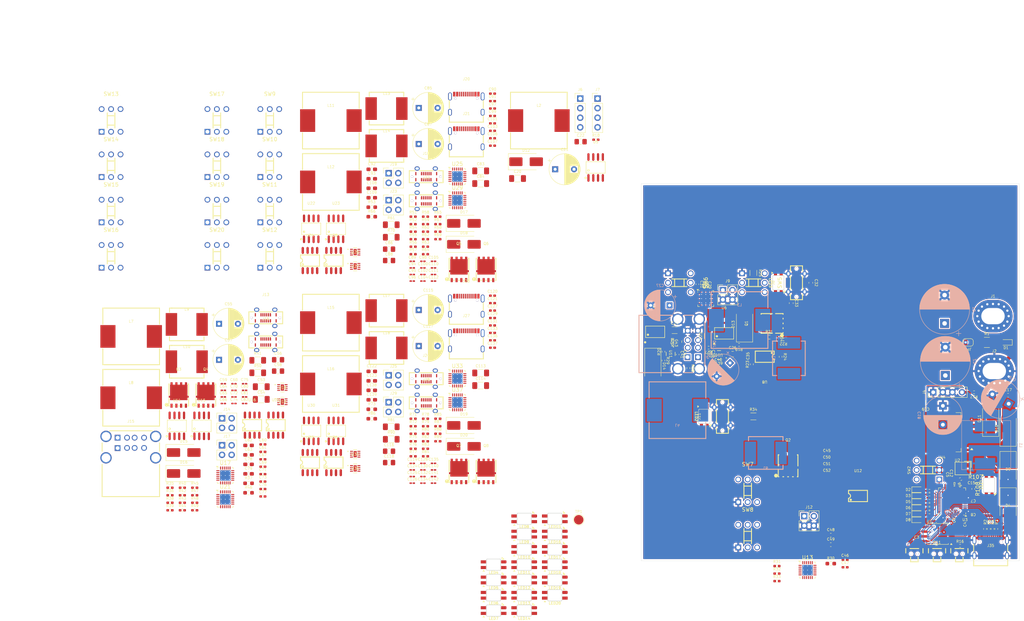
<source format=kicad_pcb>
(kicad_pcb (version 20241229) (generator "pcbnew") (generator_version "9.0")
  (layers (0 "F.Cu" signal) (4 "In1.Cu" signal) (6 "In2.Cu" signal) (2 "B.Cu" signal) (13 "F.Paste" user) (15 "B.Paste" user) (5 "F.SilkS" user "F.Silkscreen") (7 "B.SilkS" user "B.Silkscreen") (1 "F.Mask" user) (3 "B.Mask" user) (25 "Edge.Cuts" user))
  (net 0 "")
  (net 1 "+3.3V")
  (net 2 "GND")
  (net 3 "XIN")
  (net 4 "Net-(C14-Pad2)")
  (net 5 "+1V1")
  (net 6 "VDC")
  (net 7 "+5V")
  (net 8 "Net-(D1-A)")
  (net 9 "Net-(D5-A)")
  (net 10 "Net-(D6-A)")
  (net 11 "Net-(D7-A)")
  (net 12 "VBUS")
  (net 13 "3.3V_BUCK_EN")
  (net 14 "5V_BUCK_EN")
  (net 15 "/USB 1/U_5V")
  (net 16 "/USB 1/D_5V")
  (net 17 "Net-(J9-Pin_1)")
  (net 18 "Net-(U9-VDDD)")
  (net 19 "Net-(U9-VCCD)")
  (net 20 "Net-(JP1-A)")
  (net 21 "Net-(J8-CC2)")
  (net 22 "XOUT")
  (net 23 "Net-(J8-CC1)")
  (net 24 "Net-(U9-FB)")
  (net 25 "QSPI_SD2")
  (net 26 "QSPI_SD1")
  (net 27 "QSPI_SCLK")
  (net 28 "QSPI_SD3")
  (net 29 "QSPI_SS")
  (net 30 "QSPI_SD0")
  (net 31 "Net-(U8-VFB)")
  (net 32 "RUN")
  (net 33 "Net-(C35-Pad1)")
  (net 34 "Net-(D2-A)")
  (net 35 "Net-(D3-A)")
  (net 36 "Net-(U9-COMP)")
  (net 37 "Net-(J10-U-VCC)")
  (net 38 "Net-(J10-D-VCC)")
  (net 39 "Net-(U13-VDDD)")
  (net 40 "Net-(U13-VCCD)")
  (net 41 "Net-(J11-CC2)")
  (net 42 "Net-(J11-CC1)")
  (net 43 "Net-(U13-FB)")
  (net 46 "Net-(U12-VFB)")
  (net 47 "Net-(C51-Pad1)")
  (net 48 "Net-(U13-COMP)")
  (net 49 "/USB 2/U_5V")
  (net 50 "/USB 2/D_5V")
  (net 51 "Net-(U17-VDDD)")
  (net 52 "Net-(U17-VCCD)")
  (net 53 "Net-(J13-CC2)")
  (net 54 "Net-(J13-CC1)")
  (net 55 "Net-(U16-VFB)")
  (net 56 "Net-(U17-FB)")
  (net 57 "GPIO1")
  (net 58 "GPIO0")
  (net 59 "Net-(C65-Pad1)")
  (net 60 "Net-(U17-COMP)")
  (net 61 "GPIO12")
  (net 62 "GPIO14")
  (net 63 "Net-(J15-U-VCC)")
  (net 64 "GPIO11")
  (net 65 "Net-(J15-D-VCC)")
  (net 66 "SWCLK")
  (net 67 "Net-(U21-VDDD)")
  (net 68 "GPIO3")
  (net 69 "Net-(U21-VCCD)")
  (net 70 "GPIO10")
  (net 71 "GPIO7")
  (net 72 "Net-(J16-CC2)")
  (net 73 "Net-(J16-CC1)")
  (net 74 "Net-(U20-VFB)")
  (net 75 "Net-(U21-FB)")
  (net 76 "GPIO26")
  (net 77 "GPIO5")
  (net 78 "GPIO9")
  (net 79 "Net-(C81-Pad1)")
  (net 80 "Net-(U21-COMP)")
  (net 81 "/USB 3/U_5V")
  (net 82 "GPIO4")
  (net 83 "/USB 3/D_5V")
  (net 84 "SWDIO")
  (net 85 "Net-(U25-VDDD)")
  (net 86 "Net-(U25-VCCD)")
  (net 87 "Net-(J18-CC2)")
  (net 88 "GPIO29")
  (net 89 "GPIO13")
  (net 90 "Net-(J18-CC1)")
  (net 91 "Net-(U25-FB)")
  (net 92 "GPIO8")
  (net 93 "Net-(U24-VFB)")
  (net 94 "GPIO2")
  (net 95 "GPIO27")
  (net 96 "GPIO6")
  (net 97 "GPIO28")
  (net 98 "Net-(C95-Pad1)")
  (net 99 "Net-(U25-COMP)")
  (net 100 "Net-(U29-VDDD)")
  (net 101 "Net-(U29-VCCD)")
  (net 102 "Net-(J21-CC2)")
  (net 103 "Net-(J21-CC1)")
  (net 104 "Net-(U28-VFB)")
  (net 105 "Net-(U29-FB)")
  (net 106 "Net-(C111-Pad1)")
  (net 107 "Net-(U29-COMP)")
  (net 108 "/USB 4/U_5V")
  (net 109 "/USB 4/D_5V")
  (net 110 "Net-(U33-VDDD)")
  (net 111 "Net-(U33-VCCD)")
  (net 112 "Net-(U33-FB)")
  (net 113 "Net-(U32-VFB)")
  (net 114 "Net-(C125-Pad1)")
  (net 115 "Net-(U33-COMP)")
  (net 116 "Net-(U37-VDDD)")
  (net 117 "Net-(U37-VCCD)")
  (net 118 "Net-(J26-CC2)")
  (net 119 "Net-(J26-CC1)")
  (net 120 "Net-(U36-VFB)")
  (net 121 "Net-(U37-FB)")
  (net 122 "Net-(C141-Pad1)")
  (net 123 "Net-(U37-COMP)")
  (net 124 "Net-(U26-OUT)")
  (net 125 "Net-(U27-OUT)")
  (net 126 "Net-(J22-CC2)")
  (net 127 "Net-(J22-CC1)")
  (net 128 "Net-(J24-CC2)")
  (net 129 "Net-(J24-CC1)")
  (net 130 "Net-(U34-OUT)")
  (net 131 "Net-(U35-OUT)")
  (net 132 "Net-(J28-CC2)")
  (net 133 "Net-(J28-CC1)")
  (net 134 "Net-(J20-CC1)")
  (net 137 "Net-(J20-CC2)")
  (net 138 "Net-(J22-DP1)")
  (net 141 "Net-(J22-DN1)")
  (net 142 "Net-(J23-Pin_1)")
  (net 143 "Net-(J23-Pin_2)")
  (net 144 "Net-(D8-A)")
  (net 145 "Net-(D10-K)")
  (net 146 "Net-(D11-K)")
  (net 147 "Net-(D12-K)")
  (net 148 "Net-(D13-K)")
  (net 149 "Net-(D14-K)")
  (net 150 "Net-(D15-K)")
  (net 151 "Net-(D16-K)")
  (net 152 "Net-(D17-K)")
  (net 153 "Net-(D18-K)")
  (net 154 "Net-(D19-K)")
  (net 155 "Net-(D20-K)")
  (net 157 "Net-(J24-DN1)")
  (net 158 "/rp2040/USB_D-")
  (net 160 "/rp2040/USB_D+")
  (net 161 "Net-(J35-CC1)")
  (net 163 "Net-(J35-CC2)")
  (net 164 "Net-(J8-DN1)")
  (net 165 "Net-(U9-CSP)")
  (net 167 "Net-(Q1-S)")
  (net 169 "Net-(J8-DP1)")
  (net 170 "Net-(J9-Pin_2)")
  (net 171 "/USB 1/U_D-")
  (net 172 "/USB 1/D_D+")
  (net 173 "/USB 1/U_D+")
  (net 174 "/USB 1/D_D-")
  (net 175 "Net-(J11-DP1)")
  (net 176 "Net-(U13-CSP)")
  (net 178 "Net-(Q2-S)")
  (net 179 "Net-(J11-DN1)")
  (net 181 "Net-(J12-Pin_1)")
  (net 182 "Net-(J12-Pin_2)")
  (net 183 "Net-(Q3-S)")
  (net 184 "Net-(U17-CSP)")
  (net 185 "Net-(J13-DP1)")
  (net 186 "Net-(J13-DN1)")
  (net 189 "Net-(J14-Pin_2)")
  (net 190 "Net-(J14-Pin_1)")
  (net 191 "/USB 2/U_D-")
  (net 192 "/USB 2/D_D+")
  (net 193 "/USB 2/U_D+")
  (net 194 "/USB 2/D_D-")
  (net 195 "Net-(J16-DP1)")
  (net 196 "Net-(Q4-S)")
  (net 197 "Net-(J16-DN1)")
  (net 198 "Net-(U21-CSP)")
  (net 199 "Net-(J17-Pin_1)")
  (net 200 "Net-(J17-Pin_2)")
  (net 201 "Net-(J18-DN1)")
  (net 202 "Net-(U25-CSP)")
  (net 203 "Net-(Q5-S)")
  (net 206 "Net-(J18-DP1)")
  (net 207 "Net-(J19-Pin_2)")
  (net 208 "Net-(J19-Pin_1)")
  (net 209 "/USB 3/D_D-")
  (net 210 "/USB 3/D_D+")
  (net 211 "/USB 3/U_D+")
  (net 212 "/USB 3/U_D-")
  (net 213 "Net-(Q6-S)")
  (net 214 "Net-(U29-CSP)")
  (net 217 "Net-(Q7-S)")
  (net 218 "Net-(U33-CSP)")
  (net 219 "/USB 4/U_D-")
  (net 220 "/USB 4/U_D+")
  (net 221 "/USB 4/D_D+")
  (net 222 "/USB 4/D_D-")
  (net 223 "Net-(Q8-S)")
  (net 225 "Net-(U37-CSP)")
  (net 227 "Net-(J24-DP1)")
  (net 229 "Net-(J25-Pin_1)")
  (net 230 "Net-(J25-Pin_2)")
  (net 232 "Net-(J27-CC2)")
  (net 233 "Net-(J27-CC1)")
  (net 236 "Net-(J28-DP1)")
  (net 238 "Net-(J28-DN1)")
  (net 239 "Net-(J29-Pin_2)")
  (net 240 "Net-(J29-Pin_1)")
  (net 241 "Net-(L5-Pad1)")
  (net 242 "Net-(Q1-D)")
  (net 243 "Net-(Q2-D)")
  (net 244 "Net-(L6-Pad1)")
  (net 245 "Net-(L9-Pad1)")
  (net 246 "Net-(Q3-D)")
  (net 247 "Net-(L10-Pad1)")
  (net 248 "Net-(Q4-D)")
  (net 249 "Net-(Q5-D)")
  (net 250 "Net-(L13-Pad1)")
  (net 251 "Net-(L14-Pad1)")
  (net 252 "Net-(Q6-D)")
  (net 253 "Net-(Q7-D)")
  (net 254 "Net-(L17-Pad1)")
  (net 255 "Net-(L18-Pad1)")
  (net 256 "Net-(Q8-D)")
  (net 257 "Net-(Q1-G)")
  (net 258 "Net-(Q2-G)")
  (net 259 "Net-(Q3-G)")
  (net 260 "Net-(Q4-G)")
  (net 261 "Net-(Q5-G)")
  (net 262 "Net-(Q6-G)")
  (net 263 "Net-(Q7-G)")
  (net 264 "Net-(Q8-G)")
  (net 265 "/rp2040/USB_R_D-")
  (net 266 "/rp2040/USB_R_D+")
  (net 267 "Net-(U3-GPIO20)")
  (net 268 "Net-(U3-GPIO21)")
  (net 269 "Net-(R11-Pad2)")
  (net 270 "Net-(U3-GPIO22)")
  (net 271 "Net-(U3-GPIO23)")
  (net 272 "Net-(U3-GPIO24)")
  (net 273 "Net-(U3-GPIO25)")
  (net 274 "Net-(R16-Pad2)")
  (net 275 "/USB 1/U_BUCK_EN")
  (net 276 "/USB 1/D_BUCK_EN")
  (net 277 "Net-(U10-ILIM)")
  (net 278 "/USB 1/U_EN")
  (net 279 "Net-(U11-ILIM)")
  (net 280 "/USB 1/D_EN")
  (net 281 "/USB 2/U_BUCK_EN")
  (net 282 "/USB 2/D_BUCK_EN")
  (net 283 "Net-(U18-ILIM)")
  (net 284 "/USB 2/U_EN")
  (net 285 "Net-(U19-ILIM)")
  (net 286 "/USB 2/D_EN")
  (net 287 "/USB 3/U_BUCK_EN")
  (net 288 "/USB 3/D_BUCK_EN")
  (net 289 "Net-(U26-ILIM)")
  (net 290 "/USB 3/U_EN")
  (net 291 "Net-(U27-ILIM)")
  (net 292 "/USB 3/D_EN")
  (net 293 "/USB 4/U_BUCK_EN")
  (net 294 "/USB 4/D_BUCK_EN")
  (net 295 "Net-(U34-ILIM)")
  (net 296 "/USB 4/U_EN")
  (net 297 "Net-(U35-ILIM)")
  (net 298 "/USB 4/D_EN")
  (net 299 "Net-(U3-GPIO18)")
  (net 300 "Net-(U3-GPIO19)")
  (net 301 "Net-(U9-P2.0{slash}AXRES)")
  (net 302 "Net-(U9-P2.1)")
  (net 304 "Net-(LED1-DOUT)")
  (net 305 "Net-(U13-P2.0{slash}AXRES)")
  (net 306 "Net-(U13-P2.1)")
  (net 307 "Net-(U17-P2.0{slash}AXRES)")
  (net 309 "Net-(U17-P2.1)")
  (net 311 "Net-(U21-P2.0{slash}AXRES)")
  (net 312 "Net-(U21-P2.1)")
  (net 313 "Net-(U25-P2.0{slash}AXRES)")
  (net 314 "Net-(U25-P2.1)")
  (net 315 "Net-(U29-P2.0{slash}AXRES)")
  (net 316 "Net-(U29-P2.1)")
  (net 317 "Net-(U33-P2.0{slash}AXRES)")
  (net 318 "Net-(U33-P2.1)")
  (net 320 "Net-(U37-P2.0{slash}AXRES)")
  (net 321 "Net-(U37-P2.1)")
  (net 322 "/USB 1/1_BUCK_EN")
  (net 323 "/USB 1/2_BUCK_EN")
  (net 325 "/USB 2/1_BUCK_EN")
  (net 326 "/USB 2/2_BUCK_EN")
  (net 328 "/USB 3/1_BUCK_EN")
  (net 329 "/USB 3/2_BUCK_EN")
  (net 330 "/USB 4/1_BUCK_EN")
  (net 331 "/USB 4/2_BUCK_EN")
  (net 334 "Net-(LED2-DOUT)")
  (net 335 "Net-(LED3-DOUT)")
  (net 336 "Net-(LED4-DOUT)")
  (net 337 "Net-(LED5-DOUT)")
  (net 338 "Net-(LED6-DOUT)")
  (net 339 "Net-(LED7-DOUT)")
  (net 340 "Net-(LED8-DOUT)")
  (net 341 "Net-(LED10-DIN)")
  (net 342 "Net-(LED10-DOUT)")
  (net 343 "Net-(LED11-DOUT)")
  (net 344 "Net-(LED12-DOUT)")
  (net 345 "Net-(LED13-DOUT)")
  (net 346 "Net-(LED14-DOUT)")
  (net 347 "Net-(LED15-DOUT)")
  (net 348 "Net-(LED16-DOUT)")
  (net 349 "Net-(LED17-DOUT)")
  (net 350 "Net-(LED18-DOUT)")
  (net 351 "Net-(LED19-DOUT)")
  (net 352 "Net-(LED20-DOUT)")
  (net 353 "SCL")
  (net 354 "SDA")
  (net 355 "Pixels")
  (net 356 "Net-(U3-GPIO15)")
  (footprint "Capacitor_SMD:C_0603_1608Metric_Pad1.08x0.95mm_HandSolder" (layer "F.Cu") (at 98.395 103.09)
    (property "Reference" "C138")
    (property "Value" "390pF\n5%\nX7R")
  )
  (footprint "Capacitor_SMD:C_0805_2012Metric_Pad1.18x1.45mm_HandSolder" (layer "F.Cu") (at 153.675 37.23)
    (property "Reference" "C22")
    (property "Value" "35V,22uF")
  )
  (footprint "Resistor_SMD:R_0402_1005Metric_Pad0.72x0.64mm_HandSolder" (layer "F.Cu") (at 44.995 134.86)
    (property "Reference" "R39")
    (property "Value" "6.8")
  )
  (footprint "Resistor_SMD:R_0402_1005Metric_Pad0.72x0.64mm_HandSolder" (layer "F.Cu") (at 115.885 59.08)
    (property "Reference" "R67")
    (property "Value" "1k")
  )
  (footprint "Jumper:SolderJumper-2_P1.3mm_Open_RoundedPad1.0x1.5mm" (layer "F.Cu") (at 256.2 90.4 180)
    (property "Reference" "JP1")
    (property "Value" "SolderJumper_2_Open")
  )
  (footprint "Resistor_SMD:R_0402_1005Metric_Pad0.72x0.64mm_HandSolder" (layer "F.Cu") (at 109.345 112.6)
    (property "Reference" "R72")
    (property "Value" "100k")
  )
  (footprint "easyeda2kicad:IND-SMD_L8.0-W8.0-1" (layer "F.Cu") (at 102.29 38.35)
    (property "Reference" "L14")
    (property "Value" "6.8uH,5.2A,8A(Isat)")
  )
  (footprint "easyeda2kicad:SW-TH_6P-L8.0-W8.0-P2.50" (layer "F.Cu") (at 29.4 43.6)
    (property "Reference" "SW14")
    (property "Value" "Latching")
  )
  (footprint "easyeda2kicad:USB-C-SMD_G-SWITCH_GT-USB-7010ASV" (layer "F.Cu") (at 123.42 27.035)
    (property "Reference" "J20")
    (property "Value" "GT-USB-7010ASV")
  )
  (footprint "Keebio-Parts:SK6812-MINI-E" (layer "F.Cu") (at 138.74 137.13)
    (property "Reference" "LED8")
    (property "Value" "SK6812MINI-E_C5149201" (hide yes))
    (fp_line (start -1.9 1.3) (end -1.9 -1.3) (stroke (width 0.12)) (layer "Edge.Cuts"))
    (fp_line (start -1.7 -1.5) (end 1.7 -1.5) (stroke (width 0.12)) (layer "Edge.Cuts"))
    (fp_line (start 1.7 1.5) (end -1.7 1.5) (stroke (width 0.12)) (layer "Edge.Cuts"))
    (fp_line (start 1.9 -1.3) (end 1.9 1.3) (stroke (width 0.12)) (layer "Edge.Cuts"))
    (fp_arc (start -1.9 -1.3) (mid -1.841421 -1.441421) (end -1.7 -1.5) (stroke (width 0.12)) (layer "Edge.Cuts"))
    (fp_arc (start -1.7 1.5) (mid -1.841421 1.441421) (end -1.9 1.3) (stroke (width 0.12)) (layer "Edge.Cuts"))
    (fp_arc (start 1.7 -1.5) (mid 1.841421 -1.441421) (end 1.9 -1.3) (stroke (width 0.12)) (layer "Edge.Cuts"))
    (fp_arc (start 1.9 1.3) (mid 1.841421 1.441421) (end 1.7 1.5) (stroke (width 0.12)) (layer "Edge.Cuts"))
  )
  (footprint "Capacitor_SMD:C_0201_0603Metric_Pad0.64x0.40mm_HandSolder" (layer "F.Cu") (at 218.83 123.6)
    (property "Reference" "C51")
    (property "Value" "1nF")
  )
  (footprint "Package_DFN_QFN:QFN-24-1EP_4x4mm_P0.5mm_EP2.7x2.7mm_ThermalVias" (layer "F.Cu") (at 186.8 78.8)
    (property "Reference" "U9")
    (property "Value" "CYPD3175-24LQXQ")
  )
  (footprint "easyeda2kicad:IND-SMD_L15.0-W15.0" (layer "F.Cu") (at 34.71 88.81)
    (property "Reference" "L7")
    (property "Value" "YPRH1508-680M")
  )
  (footprint "Capacitor_SMD:C_0402_1005Metric_Pad0.74x0.62mm_HandSolder" (layer "F.Cu") (at 69.575 119.38)
    (property "Reference" "C61")
    (property "Value" "1uF")
  )
  (footprint "Resistor_SMD:R_0402_1005Metric_Pad0.72x0.64mm_HandSolder" (layer "F.Cu") (at 175.6 92.85 90)
    (property "Reference" "R20")
    (property "Value" "100k")
  )
  (footprint "easyeda2kicad:SW-TH_6P-L8.0-W8.0-P2.50" (layer "F.Cu") (at 57.4 67.6)
    (property "Reference" "SW20")
    (property "Value" "Latching")
  )
  (footprint "Capacitor_SMD:C_0201_0603Metric_Pad0.64x0.40mm_HandSolder" (layer "F.Cu") (at 114.735 124.18)
    (property "Reference" "C140")
    (property "Value" "100pF")
  )
  (footprint "easyeda2kicad:SOIC-8_L4.9-W3.9-P1.27-LS6.0-BL" (layer "F.Cu") (at 191.65 88)
    (property "Reference" "U6")
    (property "Value" "XXL1509-5.0")
  )
  (footprint "Resistor_SMD:R_0402_1005Metric_Pad0.72x0.64mm_HandSolder" (layer "F.Cu") (at 112.615 57.09)
    (property "Reference" "R58")
    (property "Value" "10k")
  )
  (footprint "Diode_SMD:D_SMB_Handsoldering" (layer "F.Cu") (at 172.8 96.65 -90)
    (property "Reference" "D14")
    (property "Value" "40V,10A")
  )
  (footprint "Resistor_SMD:R_0402_1005Metric_Pad0.72x0.64mm_HandSolder" (layer "F.Cu") (at 44.995 132.87)
    (property "Reference" "R38")
    (property "Value" "1k")
  )
  (footprint "Package_DFN_QFN:QFN-24-1EP_4x4mm_P0.5mm_EP2.7x2.7mm_ThermalVias" (layer "F.Cu") (at 121.055 106.28)
    (property "Reference" "U37")
    (property "Value" "CYPD3175-24LQXQ")
  )
  (footprint "Resistor_SMD:R_1206_3216Metric_Pad1.30x1.75mm_HandSolder" (layer "F.Cu") (at 199.4 110)
    (property "Reference" "R34")
    (property "Value" "5mOhm\n1%\nShunt")
  )
  (footprint "Keebio-Parts:SK6812-MINI-E" (layer "F.Cu") (at 138.74 157.38)
    (property "Reference" "LED13")
    (property "Value" "SK6812MINI-E_C5149201" (hide yes))
    (fp_line (start -1.9 1.3) (end -1.9 -1.3) (stroke (width 0.12)) (layer "Edge.Cuts"))
    (fp_line (start -1.7 -1.5) (end 1.7 -1.5) (stroke (width 0.12)) (layer "Edge.Cuts"))
    (fp_line (start 1.7 1.5) (end -1.7 1.5) (stroke (width 0.12)) (layer "Edge.Cuts"))
    (fp_line (start 1.9 -1.3) (end 1.9 1.3) (stroke (width 0.12)) (layer "Edge.Cuts"))
    (fp_arc (start -1.9 -1.3) (mid -1.841421 -1.441421) (end -1.7 -1.5) (stroke (width 0.12)) (layer "Edge.Cuts"))
    (fp_arc (start -1.7 1.5) (mid -1.841421 1.441421) (end -1.9 1.3) (stroke (width 0.12)) (layer "Edge.Cuts"))
    (fp_arc (start 1.7 -1.5) (mid 1.841421 -1.441421) (end 1.9 -1.3) (stroke (width 0.12)) (layer "Edge.Cuts"))
    (fp_arc (start 1.9 1.3) (mid 1.841421 1.441421) (end 1.7 1.5) (stroke (width 0.12)) (layer "Edge.Cuts"))
  )
  (footprint "Capacitor_SMD:C_0201_0603Metric_Pad0.64x0.40mm_HandSolder" (layer "F.Cu") (at 114.735 70.66)
    (property "Reference" "C110")
    (property "Value" "100pF")
  )
  (footprint "easyeda2kicad:IND-SMD_L15.0-W15.0" (layer "F.Cu") (at 87.57 47.89)
    (property "Reference" "L12")
    (property "Value" "YPRH1508-680M")
  )
  (footprint "Resistor_SMD:R_1206_3216Metric_Pad1.30x1.75mm_HandSolder" (layer "F.Cu") (at 199.4 72 -90)
    (property "Reference" "R25")
    (property "Value" "5mOhm\n1%\nShunt")
  )
  (footprint "easyeda2kicad:TYPE-C-SMD_USB4120-03-C" (layer "F.Cu") (at 112.805 100.015)
    (property "Reference" "J24")
    (property "Value" "TYPE-C 16PLT-H10.0")
  )
  (footprint "LS0505EVD22:LS0505EVD22_LTF" (layer "F.Cu") (at 94.007626 123.7779)
    (property "Reference" "U35")
    (property "Value" "LS0505EVD22")
  )
  (footprint "Resistor_SMD:R_0402_1005Metric_Pad0.72x0.64mm_HandSolder" (layer "F.Cu") (at 115.885 112.6)
    (property "Reference" "R87")
    (property "Value" "1k")
  )
  (footprint "MountingHole:MountingHole_4.3x6.2mm_M4_Pad_Via" (layer "F.Cu") (at 263.16 97.99)
    (property "Reference" "J2")
    (property "Value" "Conn_01x01_Pin")
  )
  (footprint "Capacitor_SMD:C_0402_1005Metric_Pad0.74x0.62mm_HandSolder" (layer "F.Cu") (at 247.8 137.75)
    (property "Reference" "C13" (hide yes))
    (property "Value" "1uF")
  )
  (footprint "Capacitor_SMD:C_0201_0603Metric_Pad0.64x0.40mm_HandSolder" (layer "F.Cu") (at 59.115 104.84)
    (property "Reference" "C65")
    (property "Value" "1nF")
  )
  (footprint "Resistor_SMD:R_1210_3225Metric_Pad1.30x2.65mm_HandSolder" (layer "F.Cu") (at 261.2 90.4)
    (property "Reference" "R1")
    (property "Value" "1.5k")
  )
  (footprint "Capacitor_THT:CP_Radial_D8.0mm_P5.00mm" (layer "F.Cu") (at 146.929698 44.54)
    (property "Reference" "C21")
    (property "Value" "35V,180uF")
  )
  (footprint "Resistor_SMD:R_0402_1005Metric_Pad0.72x0.64mm_HandSolder" (layer "F.Cu") (at 112.615 65.05)
    (property "Reference" "R63")
    (property "Value" "10k")
  )
  (footprint "easyeda2kicad:IND-SMD_L15.0-W15.0" (layer "F.Cu") (at 87.57 85.16)
    (property "Reference" "L15")
    (property "Value" "YPRH1508-680M")
  )
  (footprint "easyeda2kicad:SW-TH_6P-L8.0-W8.0-P2.50" (layer "F.Cu") (at 29.4 31.6)
    (property "Reference" "SW13")
    (property "Value" "Latching")
  )
  (footprint "Resistor_SMD:R_0402_1005Metric_Pad0.72x0.64mm_HandSolder" (layer "F.Cu") (at 187.55 91.8 180)
    (property "Reference" "R27")
    (property "Value" "10k")
  )
  (footprint "Capacitor_SMD:C_0201_0603Metric_Pad0.64x0.40mm_HandSolder" (layer "F.Cu") (at 187.5 75.2 90)
    (property "Reference" "C36")
    (property "Value" "100nF")
  )
  (footprint "Connector_PinHeader_2.54mm:PinHeader_1x04_P2.54mm_Vertical" (layer "F.Cu") (at 158.155 25.81)
    (property "Reference" "J7")
    (property "Value" "Conn_01x04_Pin")
  )
  (footprint "easyeda2kicad:IND-SMD_L8.0-W8.0-1" (layer "F.Cu") (at 102.29 91.87)
    (property "Reference" "L18")
    (property "Value" "6.8uH,5.2A,8A(Isat)")
  )
  (footprint "Capacitor_SMD:C_0603_1608Metric_Pad1.08x0.95mm_HandSolder" (layer "F.Cu") (at 98.395 98.07)
    (property "Reference" "C122")
    (property "Value" "390pF\n5%\nX7R")
  )
  (footprint "Capacitor_SMD:C_0201_0603Metric_Pad0.64x0.40mm_HandSolder" (layer "F.Cu") (at 109.115 68.91)
    (property "Reference" "C89")
    (property "Value" "100nF")
  )
  (footprint "Resistor_SMD:R_0402_1005Metric_Pad0.72x0.64mm_HandSolder" (layer "F.Cu") (at 112.615 118.57)
    (property "Reference" "R83")
    (property "Value" "10k")
  )
  (footprint "Diode_SMD:D_SMB_Handsoldering" (layer "F.Cu") (at 139.24 42.54)
    (property "Reference" "D12")
    (property "Value" "40V,10A")
  )
  (footprint "Connector_PinHeader_2.54mm:PinHeader_2x02_P2.54mm_Vertical" (layer "F.Cu") (at 102.865 106.25)
    (property "Reference" "J29")
    (property "Value" "Conn_01x04_Pin")
  )
  (footprint "easyeda2kicad:USB-C-SMD_G-SWITCH_GT-USB-7010ASV" (layer "F.Cu") (at 123.42 36.21)
    (property "Reference" "J21")
    (property "Value" "GT-USB-7010ASV")
  )
  (footprint "Capacitor_SMD:C_0603_1608Metric_Pad1.08x0.95mm_HandSolder" (layer "F.Cu") (at 98.395 52.08)
    (property "Reference" "C109")
    (property "Value" "390pF\n5%\nX7R")
  )
  (footprint "Package_TO_SOT_SMD:TO-263-5_TabPin3" (layer "F.Cu") (at 249.525 114.2 180)
    (property "Reference" "U4")
    (property "Value" "LM2596S-3.3")
  )
  (footprint "LS0505EVD22:LS0505EVD22_LTF" (layer "F.Cu") (at 190.3 93.75 180)
    (property "Reference" "U10")
    (property "Value" "LS0505EVD22")
  )
  (footprint "easyeda2kicad:SW-TH_6P-L8.0-W8.0-P2.50" (layer "F.Cu") (at 179.8 74.6 -90)
    (property "Reference" "SW6")
    (property "Value" "Latching")
  )
  (footprint "easyeda2kicad:SOIC-8_L4.9-W3.9-P1.27-LS6.0-BL" (layer "F.Cu") (at 88.925 113.83)
    (property "Reference" "U31")
    (property "Value" "XXL1509-5.0")
  )
  (footprint "easyeda2kicad:CRYSTAL-SMD_4P-L3.2-W2.5-BL" (layer "F.Cu") (at 254.8 123.8 180)
    (property "Reference" "U2")
    (property "Value" "ABM8-272-T3_C20625731")
  )
  (footprint "Capacitor_SMD:C_0201_0603Metric_Pad0.64x0.40mm_HandSolder" (layer "F.Cu") (at 251.8 127 -90)
    (property "Reference" "C12")
    (property "Value" "100nF")
  )
  (footprint "easyeda2kicad:SOIC-8_L4.9-W3.9-P1.27-LS6.0-BL" (layer "F.Cu") (at 82.37 60.31)
    (property "Reference" "U22")
    (property "Value" "XXL1509-5.0")
  )
  (footprint "easyeda2kicad:SOP-8_L4.9-W3.9-P1.27-LS6.0-BL" (layer "F.Cu") (at 227.08 131.075)
    (property "Reference" "U12")
    (property "Value" "NDP23511KC")
  )
  (footprint "Resistor_SMD:R_0402_1005Metric_Pad0.72x0.64mm_HandSolder" (layer "F.Cu") (at 261.7 139.8 90)
    (property "Reference" "R5")
    (property "Value" "27")
  )
  (footprint "Resistor_SMD:R_0402_1005Metric_Pad0.72x0.64mm_HandSolder" (layer "F.Cu") (at 48.265 132.87)
    (property "Reference" "R43")
    (property "Value" "10k")
  )
  (footprint "Capacitor_SMD:C_0603_1608Metric_Pad1.08x0.95mm_HandSolder" (layer "F.Cu") (at 98.395 105.6)
    (property "Reference" "C139")
    (property "Value" "390pF\n5%\nX7R")
  )
  (footprint "easyeda2kicad:PDFN-8_L5.2-W5.9-P1.27-LS6.2-BL" (layer "F.Cu") (at 208.580002 123.095)
    (property "Reference" "Q2")
    (property "Value" "PMOS")
  )
  (footprint "Keebio-Parts:SK6812-MINI-E" (layer "F.Cu") (at 146.84 153.33)
    (property "Reference" "LED19")
    (property "Value" "SK6812MINI-E_C5149201" (hide yes))
    (fp_line (start -1.9 1.3) (end -1.9 -1.3) (stroke (width 0.12)) (layer "Edge.Cuts"))
    (fp_line (start -1.7 -1.5) (end 1.7 -1.5) (stroke (width 0.12)) (layer "Edge.Cuts"))
    (fp_line (start 1.7 1.5) (end -1.7 1.5) (stroke (width 0.12)) (layer "Edge.Cuts"))
    (fp_line (start 1.9 -1.3) (end 1.9 1.3) (stroke (width 0.12)) (layer "Edge.Cuts"))
    (fp_arc (start -1.9 -1.3) (mid -1.841421 -1.441421) (end -1.7 -1.5) (stroke (width 0.12)) (layer "Edge.Cuts"))
    (fp_arc (start -1.7 1.5) (mid -1.841421 1.441421) (end -1.9 1.3) (stroke (width 0.12)) (layer "Edge.Cuts"))
    (fp_arc (start 1.7 -1.5) (mid 1.841421 -1.441421) (end 1.9 -1.3) (stroke (width 0.12)) (layer "Edge.Cuts"))
    (fp_arc (start 1.9 1.3) (mid 1.841421 1.441421) (end 1.7 1.5) (stroke (width 0.12)) (layer "Edge.Cuts"))
  )
  (footprint "Resistor_SMD:R_0402_1005Metric_Pad0.72x0.64mm_HandSolder" (layer "F.Cu") (at 109.345 116.58)
    (property "Reference" "R75")
    (property "Value" "6.8")
  )
  (footprint "Keebio-Parts:SK6812-MINI-E" (layer "F.Cu") (at 146.84 145.23)
    (property "Reference" "LED17")
    (property "Value" "SK6812MINI-E_C5149201" (hide yes))
    (fp_line (start -1.9 1.3) (end -1.9 -1.3) (stroke (width 0.12)) (layer "Edge.Cuts"))
    (fp_line (start -1.7 -1.5) (end 1.7 -1.5) (stroke (width 0.12)) (layer "Edge.Cuts"))
    (fp_line (start 1.7 1.5) (end -1.7 1.5) (stroke (width 0.12)) (layer "Edge.Cuts"))
    (fp_line (start 1.9 -1.3) (end 1.9 1.3) (stroke (width 0.12)) (layer "Edge.Cuts"))
    (fp_arc (start -1.9 -1.3) (mid -1.841421 -1.441421) (end -1.7 -1.5) (stroke (width 0.12)) (layer "Edge.Cuts"))
    (fp_arc (start -1.7 1.5) (mid -1.841421 1.441421) (end -1.9 1.3) (stroke (width 0.12)) (layer "Edge.Cuts"))
    (fp_arc (start 1.7 -1.5) (mid 1.841421 -1.441421) (end 1.9 -1.3) (stroke (width 0.12)) (layer "Edge.Cuts"))
    (fp_arc (start 1.9 1.3) (mid 1.841421 1.441421) (end 1.7 1.5) (stroke (width 0.12)) (layer "Edge.Cuts"))
  )
  (footprint "Capacitor_SMD:C_0201_0603Metric_Pad0.64x0.40mm_HandSolder" (layer "F.Cu") (at 64.735 106.59)
    (property "Reference" "C82")
    (property "Value" "100nF")
  )
  (footprint "Resistor_SMD:R_0402_1005Metric_Pad0.72x0.64mm_HandSolder" (layer "F.Cu") (at 44.995 130.88)
    (property "Reference" "R36")
    (property "Value" "100k")
  )
  (footprint "easyeda2kicad:USB-C-SMD_G-SWITCH_GT-USB-7010ASV" (layer "F.Cu") (at 262.2 144.5225)
    (property "Reference" "J35")
    (property "Value" "GT-USB-7010ASV")
  )
  (footprint "Resistor_SMD:R_0402_1005Metric_Pad0.72x0.64mm_HandSolder" (layer "F.Cu") (at 112.615 59.08)
    (property "Reference" "R59")
    (property "Value" "249k")
  )
  (footprint "Resistor_SMD:R_0402_1005Metric_Pad0.72x0.64mm_HandSolder" (layer "F.Cu") (at 112.615 110.61)
    (property "Reference" "R78")
    (property "Value" "10k")
  )
  (footprint "Diode_SMD:D_SMB_Handsoldering" (layer "F.Cu") (at 122.79 117.94)
    (property "Reference" "D20")
    (property "Value" "40V,10A")
  )
  (footprint "Keebio-Parts:SK6812-MINI-E" (layer "F.Cu") (at 146.84 157.38)
    (property "Reference" "LED20")
    (property "Value" "SK6812MINI-E_C5149201" (hide yes))
    (fp_line (start -1.9 1.3) (end -1.9 -1.3) (stroke (width 0.12)) (layer "Edge.Cuts"))
    (fp_line (start -1.7 -1.5) (end 1.7 -1.5) (stroke (width 0.12)) (layer "Edge.Cuts"))
    (fp_line (start 1.7 1.5) (end -1.7 1.5) (stroke (width 0.12)) (layer "Edge.Cuts"))
    (fp_line (start 1.9 -1.3) (end 1.9 1.3) (stroke (width 0.12)) (layer "Edge.Cuts"))
    (fp_arc (start -1.9 -1.3) (mid -1.841421 -1.441421) (end -1.7 -1.5) (stroke (width 0.12)) (layer "Edge.Cuts"))
    (fp_arc (start -1.7 1.5) (mid -1.841421 1.441421) (end -1.9 1.3) (stroke (width 0.12)) (layer "Edge.Cuts"))
    (fp_arc (start 1.7 -1.5) (mid 1.841421 -1.441421) (end 1.9 -1.3) (stroke (width 0.12)) (layer "Edge.Cuts"))
    (fp_arc (start 1.9 1.3) (mid 1.841421 1.441421) (end 1.7 1.5) (stroke (width 0.12)) (layer "Edge.Cuts"))
  )
  (footprint "Capacitor_SMD:C_0201_0603Metric_Pad0.64x0.40mm_HandSolder" (layer "F.Cu") (at 59.115 106.59)
    (property "Reference" "C66")
    (property "Value" "100nF")
  )
  (footprint "Capacitor_SMD:C_0201_0603Metric_Pad0.64x0.40mm_HandSolder" (layer "F.Cu") (at 61.925 106.59)
    (property "Reference" "C74")
    (property "Value" "100nF")
  )
  (footprint "Capacitor_SMD:C_0603_1608Metric_Pad1.08x0.95mm_HandSolder" (layer "F.Cu") (at 65.785 120.19)
    (property "Reference" "C63")
    (property "Value" "390pF\n5%\nX7R")
  )
  (footprint "Capacitor_SMD:C_0603_1608Metric_Pad1.08x0.95mm_HandSolder" (layer "F.Cu") (at 214.6 74.6 -90)
    (property "Reference" "C32")
    (property "Value" "390pF\n5%\nX7R")
  )
  (footprint "Capacitor_SMD:C_0805_2012Metric_Pad1.18x1.45mm_HandSolder" (layer "F.Cu") (at 102.975 68.71)
    (property "Reference" "C88")
    (property "Value" "35V,22uF")
  )
  (footprint "Capacitor_SMD:C_0201_0603Metric_Pad0.64x0.40mm_HandSolder" (layer "F.Cu") (at 218.83 125.35)
    (property "Reference" "C52")
    (property "Value" "100nF")
  )
  (footprint "Capacitor_SMD:C_0402_1005Metric_Pad0.74x0.62mm_HandSolder" (layer "F.Cu") (at 130.355 91.81)
    (property "Reference" "C137")
    (property "Value" "1uF")
  )
  (footprint "Capacitor_SMD:C_0201_0603Metric_Pad0.64x0.40mm_HandSolder" (layer "F.Cu") (at 64.735 103.09)
    (property "Reference" "C80")
    (property "Value" "100pF")
  )
  (footprint "Capacitor_SMD:C_0402_1005Metric_Pad0.74x0.62mm_HandSolder" (layer "F.Cu") (at 130.355 36.32)
    (property "Reference" "C106")
    (property "Value" "1uF")
  )
  (footprint "Resistor_SMD:R_0402_1005Metric_Pad0.72x0.64mm_HandSolder" (layer "F.Cu") (at 205.63 151.63)
    (property "Reference" "R32")
    (property "Value" "6.8")
  )
  (footprint "Resistor_SMD:R_0402_1005Metric_Pad0.72x0.64mm_HandSolder" (layer "F.Cu") (at 115.885 110.61)
    (property "Reference" "R85")
    (property "Value" "10k")
  )
  (footprint "easyeda2kicad:USB-C-SMD_G-SWITCH_GT-USB-7010ASV" (layer "F.Cu") (at 123.42 89.73)
    (property "Reference" "J27")
    (property "Value" "GT-USB-7010ASV")
  )
  (footprint "easyeda2kicad:SW-TH_6P-L8.0-W8.0-P2.50" (layer "F.Cu") (at 71.4 43.6)
    (property "Reference" "SW10")
    (property "Value" "Latching")
  )
  (footprint "Resistor_SMD:R_0402_1005Metric_Pad0.72x0.64mm_HandSolder" (layer "F.Cu") (at 187.91 96.5 -90)
    (property "Reference" "R26")
    (property "Value" "249k")
  )
  (footprint "Resistor_SMD:R_0402_1005Metric_Pad0.72x0.64mm_HandSolder" (layer "F.Cu") (at 206.6 94.2 -90)
    (property "Reference" "R24")
    (property "Value" "10k")
  )
  (footprint "Resistor_SMD:R_0402_1005Metric_Pad0.72x0.64mm_HandSolder" (layer "F.Cu") (at 246 132.4 180)
    (property "Reference" "R12" (hide yes))
    (property "Value" "470")
  )
  (footprint "Capacitor_SMD:C_0201_0603Metric_Pad0.64x0.40mm_HandSolder" (layer "F.Cu") (at 109.115 72.41)
    (property "Reference" "C95")
    (property "Value" "1nF")
  )
  (footprint "Resistor_SMD:R_1206_3216Metric_Pad1.30x1.75mm_HandSolder" (layer "F.Cu") (at 103.545 112.75)
    (property "Reference" "R81")
    (property "Value" "5mOhm\n1%\nShunt")
  )
  (footprint "Capacitor_SMD:C_0603_1608Metric_Pad1.08x0.95mm_HandSolder" (layer "F.Cu") (at 266.8 104.4)
    (property "Reference" "C17")
    (property "Value" "50V,1uF")
  )
  (footprint "Capacitor_SMD:C_0402_1005Metric_Pad0.74x0.62mm_HandSolder" (layer "F.Cu") (at 190.25 97.1)
    (property "Reference" "C39")
    (property "Value" "1uF")
  )
  (footprint "Resistor_SMD:R_0603_1608Metric_Pad0.98x0.95mm_HandSolder" (layer "F.Cu") (at 98.395 108.11)
    (property "Reference" "R73")
    (property "Value" "40k")
  )
  (footprint "Resistor_SMD:R_0402_1005Metric_Pad0.72x0.64mm_HandSolder" (layer "F.Cu") (at 48.265 130.88)
    (property "Reference" "R42")
    (property "Value" "249k")
  )
  (footprint "LS0505EVD22:LS0505EVD22_LTF" (layer "F.Cu") (at 94.007626 120.0093)
    (property "Reference" "U34")
    (property "Value" "LS0505EVD22")
  )
  (footprint "easyeda2kicad:SW-SMD_TS24CA" (layer "F.Cu") (at 253.9 146.085 180)
    (property "Reference" "SW4" (hide yes))
    (property "Value" "TS24CA")
  )
  (footprint "easyeda2kicad:SW-TH_6P-L8.0-W8.0-P2.50" (layer "F.Cu") (at 245.6 124.2 90)
    (property "Reference" "SW2")
    (property "Value" "Latching")
  )
  (footprint "Resistor_SMD:R_0402_1005Metric_Pad0.72x0.64mm_HandSolder" (layer "F.Cu") (at 254.25 126.6 -150)
    (property "Reference" "R6")
    (property "Value" "1k")
  )
  (footprint "Capacitor_SMD:C_0603_1608Metric_Pad1.08x0.95mm_HandSolder" (layer "F.Cu") (at 65.785 125.21)
    (property "Reference" "C79")
    (property "Value" "390pF\n5%\nX7R")
  )
  (footprint "Capacitor_SMD:C_1206_3216Metric_Pad1.33x1.80mm_HandSolder" (layer "F.Cu") (at 69.145 105.49)
    (property "Reference" "C54")
    (property "Value" "50V,10uF")
  )
  (footprint "easyeda2kicad:IND-SMD_L15.0-W15.0" (layer "F.Cu") (at 87.57 101.41)
    (property "Reference" "L16")
    (property "Value" "YPRH1508-680M")
  )
  (footprint "Resistor_SMD:R_1206_3216Metric_Pad1.30x1.75mm_HandSolder" (layer "F.Cu") (at 103.545 116.06)
    (property "Reference" "R90")
    (property "Value" "5mOhm\n1%\nShunt")
  )
  (footprint "easyeda2kicad:TYPE-C-SMD_USB4120-03-C" (layer "F.Cu") (at 191.2 110 90)
    (property "Reference" "J11")
    (property "Value" "TYPE-C 16PLT-H10.0")
  )
  (footprint "Capacitor_SMD:C_0201_0603Metric_Pad0.64x0.40mm_HandSolder" (layer "F.Cu") (at 111.925 125.93)
    (property "Reference" "C132")
    (property "Value" "100nF")
  )
  (footprint "Capacitor_SMD:C_0201_0603Metric_Pad0.64x0.40mm_HandSolder" (layer "F.Cu") (at 59.115 101.34)
    (property "Reference" "C59")
    (property "Value" "100nF")
  )
  (footprint "LS0505EVD22:LS0505EVD22_LTF" (layer "F.Cu") (at 94.007626 70.2579)
    (property "Reference" "U27")
    (property "Value" "LS0505EVD22")
  )
  (footprint "Resistor_SMD:R_0402_1005Metric_Pad0.72x0.64mm_HandSolder" (layer "F.Cu") (at 51.535 134.86)
    (property "Reference" "R49")
    (property "Value" "10k")
  )
  (footprint "Capacitor_SMD:C_0201_0603Metric_Pad0.64x0.40mm_HandSolder" (layer "F.Cu") (at 257.6 135.15 180)
    (property "Reference" "C8")
    (property "Value" "100nF")
  )
  (footprint "LS0505EVD22:LS0505EVD22_LTF" (layer "F.Cu") (at 177.5 93.45 -90)
    (property "Reference" "U11")
    (property "Value" "LS0505EVD22")
  )
  (footprint "Capacitor_SMD:C_0201_0603Metric_Pad0.64x0.40mm_HandSolder" (layer "F.Cu") (at 114.735 127.68)
    (property "Reference" "C142")
    (property "Value" "100nF")
  )
  (footprint "LS0505EVD22:LS0505EVD22_LTF" (layer "F.Cu") (at 94.007626 66.4893)
    (property "Reference" "U26")
    (property "Value" "LS0505EVD22")
  )
  (footprint "Resistor_SMD:R_0402_1005Metric_Pad0.72x0.64mm_HandSolder" (layer "F.Cu") (at 248 144.55)
    (property "Reference" "R11")
    (property "Value" "1k")
  )
  (footprint "Capacitor_SMD:C_0201_0603Metric_Pad0.64x0.40mm_HandSolder" (layer "F.Cu") (at 252.6 126.6 -90)
    (property "Reference" "C14")
    (property "Value" "18pF")
  )
  (footprint "Capacitor_SMD:C_1206_3216Metric_Pad1.33x1.80mm_HandSolder" (layer "F.Cu") (at 69.145 102.14)
    (property "Reference" "C53")
    (property "Value" "50V,10uF")
  )
  (footprint "Resistor_SMD:R_0603_1608Metric_Pad0.98x0.95mm_HandSolder" (layer "F.Cu") (at 98.395 54.59)
    (property "Reference" "R53")
    (property "Value" "40k")
  )
  (footprint "Capacitor_SMD:C_0402_1005Metric_Pad0.74x0.62mm_HandSolder" (layer "F.Cu") (at 185.8 75 -90)
    (property "Reference" "C30")
    (property "Value" "1uF")
  )
  (footprint "easyeda2kicad:SW-TH_6P-L8.0-W8.0-P2.50" (layer "F.Cu") (at 71.4 55.6)
    (property "Reference" "SW11")
    (property "Value" "Latching")
  )
  (footprint "Resistor_SMD:R_0402_1005Metric_Pad0.72x0.64mm_HandSolder" (layer "F.Cu") (at 112.615 116.58)
    (property "Reference" "R82")
    (property "Value" "10k")
  )
  (footprint "Capacitor_SMD:C_0402_1005Metric_Pad0.74x0.62mm_HandSolder" (layer "F.Cu") (at 130.355 79.99)
    (property "Reference" "C121")
    (property "Value" "1uF")
  )
  (footprint "Capacitor_SMD:C_0201_0603Metric_Pad0.64x0.40mm_HandSolder" (layer "F.Cu") (at 114.735 68.91)
    (property "Reference" "C105")
    (property "Value" "100nF")
  )
  (footprint "easyeda2kicad:TYPE-C-SMD_USB4120-03-C" (layer "F.Cu") (at 210.8 74.6 90)
    (property "Reference" "J8")
    (property "Value" "TYPE-C 16PLT-H10.0")
  )
  (footprint "easyeda2kicad:SOIC-8_L4.9-W3.9-P1.27-LS6.0-BL" (layer "F.Cu") (at 53.365 112.5)
    (property "Reference" "U15")
    (property "Value" "XXL1509-5.0")
  )
  (footprint "easyeda2kicad:SOP-8_L4.9-W3.9-P1.27-LS6.0-BL" (layer "F.Cu") (at 82.045 68.715)
    (property "Reference" "U24")
    (property "Value" "NDP23511KC")
  )
  (footprint "easyeda2kicad:IND-SMD_L15.0-W15.0" (layer "F.Cu") (at 87.57 31.64)
    (property "Reference" "L11")
    (property "Value" "YPRH1508-680M")
  )
  (footprint "Resistor_SMD:R_0402_1005Metric_Pad0.72x0.64mm_HandSolder" (layer "F.Cu") (at 112.615 120.56)
    (property "Reference" "R84")
    (property "Value" "249k")
  )
  (footprint "easyeda2kicad:IND-SMD_L15.0-W15.0" (layer "F.Cu") (at 142.62 31.64)
    (property "Reference" "L2")
    (property "Value" "YPRH1508-680M")
  )
  (footprint "Resistor_SMD:R_0402_1005Metric_Pad0.72x0.64mm_HandSolder" (layer "F.Cu") (at 109.345 67.04)
    (property "Reference" "R57")
    (property "Value" "10k")
  )
  (footprint "Capacitor_SMD:C_0402_1005Metric_Pad0.74x0.62mm_HandSolder" (layer "F.Cu") (at 69.575 127.26)
    (property "Reference" "C73")
    (property "Value" "1uF")
  )
  (footprint "LED_SMD:LED_0603_1608Metric_Pad1.05x0.95mm_HandSolder" (layer "F.Cu") (at 243 131)
    (property "Reference" "D3")
    (property "Value" "Green")
  )
  (footprint "easyeda2kicad:USB-C-SMD_G-SWITCH_GT-USB-7010ASV" (layer "F.Cu") (at 123.42 80.555)
    (property "Reference" "J26")
    (property "Value" "GT-USB-7010ASV")
  )
  (footprint "Keebio-Parts:SK6812-MINI-E" (layer "F.Cu") (at 130.64 153.33)
    (property "Reference" "LED5")
    (property "Value" "SK6812MINI-E_C5149201" (hide yes))
    (fp_line (start -1.9 1.3) (end -1.9 -1.3) (stroke (width 0.12)) (layer "Edge.Cuts"))
    (fp_line (start -1.7 -1.5) (end 1.7 -1.5) (stroke (width 0.12)) (layer "Edge.Cuts"))
    (fp_line (start 1.7 1.5) (end -1.7 1.5) (stroke (width 0.12)) (layer "Edge.Cuts"))
    (fp_line (start 1.9 -1.3) (end 1.9 1.3) (stroke (width 0.12)) (layer "Edge.Cuts"))
    (fp_arc (start -1.9 -1.3) (mid -1.841421 -1.441421) (end -1.7 -1.5) (stroke (width 0.12)) (layer "Edge.Cuts"))
    (fp_arc (start -1.7 1.5) (mid -1.841421 1.441421) (end -1.9 1.3) (stroke (width 0.12)) (layer "Edge.Cuts"))
    (fp_arc (start 1.7 -1.5) (mid 1.841421 -1.441421) (end 1.9 -1.3) (stroke (width 0.12)) (layer "Edge.Cuts"))
    (fp_arc (start 1.9 1.3) (mid 1.841421 1.441421) (end 1.7 1.5) (stroke (width 0.12)) (layer "Edge.Cuts"))
  )
  (footprint "Resistor_SMD:R_0402_1005Metric_Pad0.72x0.64mm_HandSolder" (layer "F.Cu") (at 260.7 139.8 90)
    (property "Reference" "R2")
    (property "Value" "5.1k")
  )
  (footprint "easyeda2kicad:SW-TH_6P-L8.0-W8.0-P2.50" (layer "F.Cu") (at 199.4 74.6 -90)
    (property "Reference" "SW5")
    (property "Value" "Latching")
  )
  (footprint "Capacitor_SMD:C_0201_0603Metric_Pad0.64x0.40mm_HandSolder" (layer "F.Cu") (at 64.735 104.84)
    (property "Reference" "C81")
    (property "Value" "1nF")
  )
  (footprint "Capacitor_SMD:C_0201_0603Metric_Pad0.64x0.40mm_HandSolder" (layer "F.Cu") (at 61.925 103.09)
    (property "Reference" "C70")
    (property "Value" "100nF")
  )
  (footprint "TestPoint:TestPoint_Pad_D2.5mm" (layer "F.Cu") (at 153.165 137.38)
    (property "Reference" "TP1")
    (property "Value" "TestPoint")
  )
  (footprint "easyeda2kicad:SOIC-8_L4.9-W3.9-P1.27-LS6.0-BL" (layer "F.Cu") (at 173.4 87.6)
    (property "Reference" "U7")
    (property "Value" "XXL1509-5.0")
  )
  (footprint "Resistor_SMD:R_0402_1005Metric_Pad0.72x0.64mm_HandSolder" (layer "F.Cu") (at 246 135.4 180)
    (property "Reference" "R15" (hide yes))
    (property "Value" "470")
  )
  (footprint "Resistor_SMD:R_0402_1005Metric_Pad0.72x0.64mm_HandSolder" (layer "F.Cu") (at 44.995 128.89)
    (property "Reference" "R35")
    (property "Value" "100k")
  )
  (footprint "Resistor_SMD:R_0402_1005Metric_Pad0.72x0.64mm_HandSolder" (layer "F.Cu") (at 175.6 95.2 -90)
    (property "Reference" "R29")
    (property "Value" "10k")
  )
  (footprint "Resistor_SMD:R_0402_1005Metric_Pad0.72x0.64mm_HandSolder" (layer "F.Cu") (at 115.885 57.09)
    (property "Reference" "R65")
    (property "Value" "10k")
  )
  (footprint "easyeda2kicad:PDFN-8_L5.2-W5.9-P1.27-LS6.2-BL" (layer "F.Cu") (at 54.485002 104.335)
    (property "Reference" "Q4")
    (property "Value" "PMOS")
  )
  (footprint "Diode_SMD:D_SMB_Handsoldering" (layer "F.Cu") (at 122.79 58.87)
    (property "Reference" "D17")
    (property "Value" "40V,10A")
  )
  (footprint "LED_SMD:LED_0603_1608Metric_Pad1.05x0.95mm_HandSolder" (layer "F.Cu") (at 243 137.4)
    (property "Reference" "D8")
    (property "Value" "Red")
  )
  (footprint "Resistor_SMD:R_0402_1005Metric_Pad0.72x0.64mm_HandSolder" (layer "F.Cu") (at 205.63 153.62)
    (property "Reference" "R33")
    (property "Value" "10k")
  )
  (footprint "Capacitor_SMD:C_0201_0603Metric_Pad0.64x0.40mm_HandSolder" (layer "F.Cu") (at 253.35 138.2 90)
    (property "Reference" "C9")
    (property "Value" "100nF")
  )
  (footprint "LS0505EVD22:LS0505EVD22_LTF" (layer "F.Cu") (at 74.737626 106.1179)
    (property "Reference" "U19")
    (property "Value" "LS0505EVD22")
  )
  (footprint "LED_SMD:LED_0603_1608Metric_Pad1.05x0.95mm_HandSolder" (layer "F.Cu") (at 266.25 90.4 180)
    (property "Reference" "D1")
    (property "Value" "LED")
  )
  (footprint "easyeda2kicad:SOIC-8_L4.9-W3.9-P1.27-LS6.0-BL" (layer "F.Cu") (at 157.65 44.06)
    (property "Reference" "U5")
    (property "Value" "XXL1509-5.0")
  )
  (footprint "Diode_SMD:D_SMB_Handsoldering" (layer "F.Cu") (at 266.8 124 -90)
    (property "Reference" "D9")
    (property "Value" "40V,10A")
  )
  (footprint "Keebio-Parts:SK6812-MINI-E" (layer "F.Cu") (at 130.64 149.28)
    (property "Reference" "LED4")
    (property "Value" "SK6812MINI-E_C5149201" (hide yes))
    (fp_line (start -1.9 1.3) (end -1.9 -1.3) (stroke (width 0.12)) (layer "Edge.Cuts"))
    (fp_line (start -1.7 -1.5) (end 1.7 -1.5) (stroke (width 0.12)) (layer "Edge.Cuts"))
    (fp_line (start 1.7 1.5) (end -1.7 1.5) (stroke (width 0.12)) (layer "Edge.Cuts"))
    (fp_line (start 1.9 -1.3) (end 1.9 1.3) (stroke (width 0.12)) (layer "Edge.Cuts"))
    (fp_arc (start -1.9 -1.3) (mid -1.841421 -1.441421) (end -1.7 -1.5) (stroke (width 0.12)) (layer "Edge.Cuts"))
    (fp_arc (start -1.7 1.5) (mid -1.841421 1.441421) (end -1.9 1.3) (stroke (width 0.12)) (layer "Edge.Cuts"))
    (fp_arc (start 1.7 -1.5) (mid 1.841421 -1.441421) (end 1.9 -1.3) (stroke (width 0.12)) (layer "Edge.Cuts"))
    (fp_arc (start 1.9 1.3) (mid 1.841421 1.441421) (end 1.7 1.5) (stroke (width 0.12)) (layer "Edge.Cuts"))
  )
  (footprint "Capacitor_SMD:C_0402_1005Metric_Pad0.74x0.62mm_HandSolder" (layer "F.Cu") (at 130.355 89.84)
    (property "Reference" "C136")
    (property "Value" "1uF")
  )
  (footprint "easyeda2kicad:SOIC-8_L4.9-W3.9-P1.27-LS6.0-BL" (layer "F.Cu") (at 82.37 113.83)
    (property "Reference" "U30")
    (property "Value" "XXL1509-5.0")
  )
  (footprint "Capacitor_SMD:C_0201_0603Metric_Pad0.64x0.40mm_HandSolder" (layer "F.Cu") (at 114.735 122.43)
    (property "Reference" "C135")
    (property "Value" "100nF")
  )
  (footprint "Resistor_SMD:R_0402_1005Metric_Pad0.72x0.64mm_HandSolder" (layer "F.Cu") (at 115.885 114.59)
    (property "Reference" "R88")
    (property "Value" "6.8")
  )
  (footprint "Package_DFN_QFN:QFN-24-1EP_4x4mm_P0.5mm_EP2.7x2.7mm_ThermalVias" (layer "F.Cu") (at 121.055 46.45)
    (property "Reference" "U25")
    (property "Value" "CYPD3175-24LQXQ")
  )
  (footprint "Resistor_SMD:R_0402_1005Metric_Pad0.72x0.64mm_HandSolder" (layer "F.Cu") (at 109.345 61.07)
    (property "Reference" "R54")
    (property "Value" "1k")
  )
  (footprint "Package_DFN_QFN:QFN-24-1EP_4x4mm_P0.5mm_EP2.7x2.7mm_ThermalVias" (layer "F.Cu") (at 59.625 125.64)
    (property "Reference" "U17")
    (property "Value" "CYPD3175-24LQXQ")
  )
  (footprint "easyeda2kicad:SOP-8_L4.9-W3.9-P1.27-LS6.0-BL" (layer "F.Cu") (at 88.295 122.235)
    (property "Reference" "U36")
    (property "Value" "NDP23511KC")
  )
  (footprint "Keebio-Parts:SK6812-MINI-E" (layer "F.Cu") (at 138.74 153.33)
    (property "Reference" "LED12")
    (property "Value" "SK6812MINI-E_C5149201" (hide yes))
    (fp_line (start -1.9 1.3) (end -1.9 -1.3) (stroke (width 0.12)) (layer "Edge.Cuts"))
    (fp_line (start -1.7 -1.5) (end 1.7 -1.5) (stroke (width 0.12)) (layer "Edge.Cuts"))
    (fp_line (start 1.7 1.5) (end -1.7 1.5) (stroke (width 0.12)) (layer "Edge.Cuts"))
    (fp_line (start 1.9 -1.3) (end 1.9 1.3) (stroke (width 0.12)) (layer "Edge.Cuts"))
    (fp_arc (start -1.9 -1.3) (mid -1.841421 -1.441421) (end -1.7 -1.5) (stroke (width 0.12)) (layer "Edge.Cuts"))
    (fp_arc (start -1.7 1.5) (mid -1.841421 1.441421) (end -1.9 1.3) (stroke (width 0.12)) (layer "Edge.Cuts"))
    (fp_arc (start 1.7 -1.5) (mid 1.841421 -1.441421) (end 1.9 -1.3) (stroke (width 0.12)) (layer "Edge.Cuts"))
    (fp_arc (start 1.9 1.3) (mid 1.841421 1.441421) (end 1.7 1.5) (stroke (width 0.12)) (layer "Edge.Cuts"))
  )
  (footprint "Capacitor_SMD:C_0201_0603Metric_Pad0.64x0.40mm_HandSolder" (layer "F.Cu") (at 61.925 101.34)
    (property "Reference" "C68")
    (property "Value" "100nF")
  )
  (footprint "Resistor_SMD:R_0402_1005Metric_Pad0.72x0.64mm_HandSolder" (layer "F.Cu") (at 48.265 128.89)
    (property "Reference" "R40")
    (property "Value" "10k")
  )
  (footprint "Diode_SMD:D_SMB_Handsoldering" (layer "F.Cu") (at 122.79 112.39)
    (property "Reference" "D19")
    (property "Value" "40V,10A")
  )
  (footprint "Resistor_SMD:R_0402_1005Metric_Pad0.72x0.64mm_HandSolder" (layer "F.Cu") (at 109.345 114.59)
    (property "Reference" "R74")
    (property "Value" "1k")
  )
  (footprint "Capacitor_SMD:C_0603_1608Metric_Pad1.08x0.95mm_HandSolder" (layer "F.Cu") (at 219.88 141.46)
    (property "Reference" "C48")
    (property "Value" "390pF\n5%\nX7R")
  )
  (footprint "Capacitor_SMD:C_0402_1005Metric_Pad0.74x0.62mm_HandSolder" (layer "F.Cu") (at 130.355 24.5)
    (property "Reference" "C90")
    (property "Value" "1uF")
  )
  (footprint "Resistor_SMD:R_0402_1005Metric_Pad0.72x0.64mm_HandSolder" (layer "F.Cu") (at 246 134.4 180)
    (property "Reference" "R14" (hide yes))
    (property "Value" "470")
  )
  (footprint "Keebio-Parts:SK6812-MINI-E" (layer "F.Cu") (at 261.8 128.2 -90)
    (property "Reference" "LED1")
    (property "Value" "SK6812MINI-E_C5149201" (hide yes))
    (fp_line (start 1.7 1.5) (end -1.7 1.5) (stroke (width 0.12)) (layer "Edge.Cuts"))
    (fp_line (start -1.9 1.3) (end -1.9 -1.3) (stroke (width 0.12)) (layer "Edge.Cuts"))
    (fp_line (start 1.9 -1.3) (end 1.9 1.3) (stroke (width 0.12)) (layer "Edge.Cuts"))
    (fp_line (start -1.7 -1.5) (end 1.7 -1.5) (stroke (width 0.12)) (layer "Edge.Cuts"))
    (fp_arc (start -1.7 1.5) (mid -1.841421 1.441421) (end -1.9 1.3) (stroke (width 0.12)) (layer "Edge.Cuts"))
    (fp_arc (start 1.9 1.3) (mid 1.841421 1.441421) (end 1.7 1.5) (stroke (width 0.12)) (layer "Edge.Cuts"))
    (fp_arc (start -1.9 -1.3) (mid -1.841421 -1.441421) (end -1.7 -1.5) (stroke (width 0.12)) (layer "Edge.Cuts"))
    (fp_arc (start 1.7 -1.5) (mid 1.841421 -1.441421) (end 1.9 -1.3) (stroke (width 0.12)) (layer "Edge.Cuts"))
  )
  (footprint "Capacitor_SMD:C_0201_0603Metric_Pad0.64x0.40mm_HandSolder" (layer "F.Cu") (at 59.115 103.09)
    (property "Reference" "C64")
    (property "Value" "100pF")
  )
  (footprint "Resistor_SMD:R_0402_1005Metric_Pad0.72x0.64mm_HandSolder" (layer "F.Cu") (at 109.345 57.09)
    (property "Reference" "R51")
    (property "Value" "100k")
  )
  (footprint "Connector_PinHeader_2.54mm:PinHeader_2x02_P2.54mm_Vertical" (layer "F.Cu") (at 102.865 99.11)
    (property "Reference" "J25")
    (property "Value" "Conn_01x04_Pin")
  )
  (footprint "Capacitor_SMD:C_0201_0603Metric_Pad0.64x0.40mm_HandSolder" (layer "F.Cu") (at 187.75 93.35 -90)
    (property "Reference" "C38")
    (property "Value" "100nF")
  )
  (footprint "Capacitor_SMD:C_0402_1005Metric_Pad0.74x0.62mm_HandSolder" (layer "F.Cu") (at 69.575 123.32)
    (property "Reference" "C69")
    (property "Value" "1uF")
  )
  (footprint "Capacitor_SMD:C_0805_2012Metric_Pad1.18x1.45mm_HandSolder" (layer "F.Cu") (at 73.595 98)
    (property "Reference" "C58")
    (property "Value" "35V,22uF")
  )
  (footprint "Resistor_SMD:R_0402_1005Metric_Pad0.72x0.64mm_HandSolder" (layer "F.Cu") (at 258.2 127.2)
    (property "Reference" "R107")
    (property "Value" "470")
  )
  (footprint "easyeda2kicad:USB-A-TH_XDUF-0426-081" (layer "F.Cu") (at 34.63 118.13)
    (property "Reference" "J15")
    (property "Value" "XDUF-0426-081_C18202150")
  )
  (footprint "easyeda2kicad:TYPE-C-SMD_USB4120-03-C" (layer "F.Cu") (at 70.335 83.885)
    (property "Reference" "J13")
    (property "Value" "TYPE-C 16PLT-H10.0")
  )
  (footprint "Capacitor_SMD:C_0201_0603Metric_Pad0.64x0.40mm_HandSolder" (layer "F.Cu") (at 251 127 -90)
    (property "Reference" "C5")
    (property "Value" "100nF")
  )
  (footprint "Capacitor_SMD:C_0603_1608Metric_Pad1.08x0.95mm_HandSolder" (layer "F.Cu") (at 65.785 117.68)
    (property "Reference" "C62")
    (property "Value" "390pF\n5%\nX7R")
  )
  (footprint "easyeda2kicad:IND-SMD_L8.0-W8.0-1" (layer "F.Cu") (at 102.29 28.46)
    (property "Reference" "L13")
    (property "Value" "6.8uH,5.2A,8A(Isat)")
  )
  (footprint "Resistor_SMD:R_0603_1608Metric_Pad0.98x0.95mm_HandSolder" (layer "F.Cu") (at 203.6 89)
    (property "Reference" "R21")
    (property "Value" "40k")
  )
  (footprint "easyeda2kicad:SW-SMD_TS24CA" (layer "F.Cu") (at 248 146.085 180)
    (property "Reference" "SW3" (hide yes))
    (property "Value" "TS24CA")
  )
  (footprint "easyeda2kicad:SOP-8_L4.9-W3.9-P1.27-LS6.0-BL" (layer "F.Cu") (at 66.735 112.315)
    (property "Reference" "U16")
    (property "Value" "NDP23511KC")
  )
  (footprint "Capacitor_SMD:C_1206_3216Metric_Pad1.33x1.80mm_HandSolder" (layer "F.Cu") (at 178.55 87.15)
    (property "Reference" "C24")
    (property "Value" "50V,10uF")
  )
  (footprint "Keebio-Parts:SK6812-MINI-E" (layer "F.Cu") (at 138.74 161.43)
    (property "Reference" "LED14")
    (property "Value" "SK6812MINI-E_C5149201" (hide yes))
    (fp_line (start -1.9 1.3) (end -1.9 -1.3) (stroke (width 0.12)) (layer "Edge.Cuts"))
    (fp_line (start -1.7 -1.5) (end 1.7 -1.5) (stroke (width 0.12)) (layer "Edge.Cuts"))
    (fp_line (start 1.7 1.5) (end -1.7 1.5) (stroke (width 0.12)) (layer "Edge.Cuts"))
    (fp_line (start 1.9 -1.3) (end 1.9 1.3) (stroke (width 0.12)) (layer "Edge.Cuts"))
    (fp_arc (start -1.9 -1.3) (mid -1.841421 -1.441421) (end -1.7 -1.5) (stroke (width 0.12)) (layer "Edge.Cuts"))
    (fp_arc (start -1.7 1.5) (mid -1.841421 1.441421) (end -1.9 1.3) (stroke (width 0.12)) (layer "Edge.Cuts"))
    (fp_arc (start 1.7 -1.5) (mid 1.841421 -1.441421) (end 1.9 -1.3) (stroke (width 0.12)) (layer "Edge.Cuts"))
    (fp_arc (start 1.9 1.3) (mid 1.841421 1.441421) (end 1.7 1.5) (stroke (width 0.12)) (layer "Edge.Cuts"))
  )
  (footprint "Resistor_SMD:R_0402_1005Metric_Pad0.72x0.64mm_HandSolder" (layer "F.Cu") (at 112.615 63.06)
    (property "Reference" "R62")
    (property "Value" "10k")
  )
  (footprint "Connector_PinHeader_2.54mm:PinHeader_2x02_P2.54mm_Vertical" (layer "F.Cu") (at 102.865 52.73)
    (property "Reference" "J23")
    (property "Value" "Conn_01x04_Pin")
  )
  (footprint "Capacitor_THT:CP_Radial_D8.0mm_P5.00mm" (layer "F.Cu") (at 110.829698 91.36)
    (property "Reference" "C117")
    (property "Value" "35V,180uF")
  )
  (footprint "Capacitor_SMD:C_0402_1005Metric_Pad0.74x0.62mm_HandSolder" (layer "F.Cu") (at 130.355 83.93)
    (property "Reference" "C129")
    (property "Value" "1uF")
  )
  (footprint "Keebio-Parts:SK6812-MINI-E" (layer "F.Cu") (at 138.74 141.18)
    (property "Reference" "LED9")
    (property "Value" "SK6812MINI-E_C5149201" (hide yes))
    (fp_line (start -1.9 1.3) (end -1.9 -1.3) (stroke (width 0.12)) (layer "Edge.Cuts"))
    (fp_line (start -1.7 -1.5) (end 1.7 -1.5) (stroke (width 0.12)) (layer "Edge.Cuts"))
    (fp_line (start 1.7 1.5) (end -1.7 1.5) (stroke (width 0.12)) (layer "Edge.Cuts"))
    (fp_line (start 1.9 -1.3) (end 1.9 1.3) (stroke (width 0.12)) (layer "Edge.Cuts"))
    (fp_arc (start -1.9 -1.3) (mid -1.841421 -1.441421) (end -1.7 -1.5) (stroke (width 0.12)) (layer "Edge.Cuts"))
    (fp_arc (start -1.7 1.5) (mid -1.841421 1.441421) (end -1.9 1.3) (stroke (width 0.12)) (layer "Edge.Cuts"))
    (fp_arc (start 1.7 -1.5) (mid 1.841421 -1.441421) (end 1.9 -1.3) (stroke (width 0.12)) (layer "Edge.Cuts"))
    (fp_arc (start 1.9 1.3) (mid 1.841421 1.441421) (end 1.7 1.5) (stroke (width 0.12)) (layer "Edge.Cuts"))
  )
  (footprint "Capacitor_SMD:C_0402_1005Metric_Pad0.74x0.62mm_HandSolder" (layer "F.Cu") (at 223.67 149.96)
    (property "Reference" "C47")
    (property "Value" "1uF")
  )
  (footprint "Capacitor_SMD:C_0402_1005Metric_Pad0.74x0.62mm_HandSolder" (layer "F.Cu") (at 184.6 75 -90)
    (property "Reference" "C31")
    (property "Value" "1uF")
  )
  (footprint "easyeda2kicad:PDFN-8_L5.2-W5.9-P1.27-LS6.2-BL" (layer "F.Cu") (at 121.470001 71.065)
    (property "Reference" "Q5")
    (property "Value" "PMOS")
  )
  (footprint "Capacitor_SMD:C_0402_1005Metric_Pad0.74x0.62mm_HandSolder" (layer "F.Cu") (at 130.355 28.44)
    (property "Reference" "C97")
    (property "Value" "1uF")
  )
  (footprint "Resistor_SMD:R_0402_1005Metric_Pad0.72x0.64mm_HandSolder" (layer "F.Cu") (at 257.6 129.2 -90)
    (property "Reference" "R108")
    (property "Value" "10k")
  )
  (footprint "easyeda2kicad:SOP-8_L4.9-W3.9-P1.27-LS6.0-BL" (layer "F.Cu") (at 82.045 122.235)
    (property "Reference" "U32")
    (property "Value" "NDP23511KC")
  )
  (footprint "Keebio-Parts:SK6812-MINI-E" (layer "F.Cu") (at 186.4 110 -90)
    (property "Reference" "LED2")
    (property "Value" "SK6812MINI-E_C5149201" (hide yes))
    (fp_line (start 1.7 1.5) (end -1.7 1.5) (stroke (width 0.12)) (layer "Edge.Cuts"))
    (fp_line (start -1.9 1.3) (end -1.9 -1.3) (stroke (width 0.12)) (layer "Edge.Cuts"))
    (fp_line (start 1.9 -1.3) (end 1.9 1.3) (stroke (width 0.12)) (layer "Edge.Cuts"))
    (fp_line (start -1.7 -1.5) (end 1.7 -1.5) (stroke (width 0.12)) (layer "Edge.Cuts"))
    (fp_arc (start -1.7 1.5) (mid -1.841421 1.441421) (end -1.9 1.3) (stroke (width 0.12)) (layer "Edge.Cuts"))
    (fp_arc (start 1.9 1.3) (mid 1.841421 1.441421) (end 1.7 1.5) (stroke (width 0.12)) (layer "Edge.Cuts"))
    (fp_arc (start -1.9 -1.3) (mid -1.841421 -1.441421) (end -1.7 -1.5) (stroke (width 0.12)) (layer "Edge.Cuts"))
    (fp_arc (start 1.7 -1.5) (mid 1.841421 -1.441421) (end 1.9 -1.3) (stroke (width 0.12)) (layer "Edge.Cuts"))
  )
  (footprint "Capacitor_THT:CP_Radial_D8.0mm_P5.00mm" (layer "F.Cu") (at 110.829698 81.81)
    (property "Reference" "C115")
    (property "Value" "35V,180uF")
  )
  (footprint "Package_SO:SOIC-8_5.3x5.3mm_P1.27mm" (layer "F.Cu") (at 248.25 141.15 180)
    (property "Reference" "U1")
    (property "Value" "W25Q32JVSS")
  )
  (footprint "Capacitor_SMD:C_0402_1005Metric_Pad0.74x0.62mm_HandSolder" (layer "F.Cu") (at 177.85 90.55 -90)
    (property "Reference" "C43")
    (property "Value" "1uF")
  )
  (footprint "Capacitor_SMD:C_0603_1608Metric_Pad1.08x0.95mm_HandSolder" (layer "F.Cu") (at 65.785 122.7)
    (property "Reference" "C78")
    (property "Value" "390pF\n5%\nX7R")
  )
  (footprint "Resistor_SMD:R_0402_1005Metric_Pad0.72x0.64mm_HandSolder" (layer "F.Cu") (at 109.345 118.57)
    (property "Reference" "R76")
    (property "Value" "10k")
  )
  (footprint "easyeda2kicad:TYPE-C-SMD_USB4120-03-C" (layer "F.Cu") (at 70.335 90.285)
    (property "Reference" "J16")
    (property "Value" "TYPE-C 16PLT-H10.0")
  )
  (footprint "Capacitor_SMD:C_0201_0603Metric_Pad0.64x0.40mm_HandSolder" (layer "F.Cu") (at 61.925 104.84)
    (property "Reference" "C72")
    (property "Value" "100nF")
  )
  (footprint "LED_SMD:LED_0603_1608Metric_Pad1.05x0.95mm_HandSolder" (layer "F.Cu") (at 243 129.4)
    (property "Reference" "D2")
    (property "Value" "Green")
  )
  (footprint "Capacitor_SMD:C_0201_0603Metric_Pad0.64x0.40mm_HandSolder" (layer "F.Cu") (at 114.735 72.41)
    (property "Reference" "C111")
    (property "Value" "1nF")
  )
  (footprint "Capacitor_SMD:C_0603_1608Metric_Pad1.08x0.95mm_HandSolder" (layer "F.Cu") (at 245 106.6 180)
    (property "Reference" "C19")
    (property "Value" "10V,10uF")
  )
  (footprint "Capacitor_SMD:C_0201_0603Metric_Pad0.64x0.40mm_HandSolder" (layer "F.Cu") (at 176.95 90.55 -90)
    (property "Reference" "C44")
    (property "Value" "100nF")
  )
  (footprint "easyeda2kicad:SW-TH_6P-L8.0-W8.0-P2.50" (layer "F.Cu") (at 197.89 129.7)
    (property "Reference" "SW7")
    (property "Value" "Latching")
  )
  (footprint "Capacitor_SMD:C_0201_0603Metric_Pad0.64x0.40mm_HandSolder" (layer "F.Cu") (at 218.83 120.1)
    (property "Reference" "C45")
    (property "Value" "100nF")
  )
  (footprint "easyeda2kicad:PDFN-8_L5.2-W5.9-P1.27-LS6.2-BL" (layer "F.Cu") (at 128.645002 124.585)
    (property "Reference" "Q8")
    (property "Value" "PMOS")
  )
  (footprint "Capacitor_SMD:C_0201_0603Metric_Pad0.64x0.40mm_HandSolder" (layer "F.Cu") (at 64.735 101.34)
    (property "Reference" "C75")
    (property "Value" "100nF")
  )
  (footprint "Resistor_SMD:R_0402_1005Metric_Pad0.72x0.64mm_HandSolder" (layer "F.Cu") (at 205.63 149.64)
    (property "Reference" "R31")
    (property "Value" "1k")
  )
  (footprint "Resistor_SMD:R_0402_1005Metric_Pad0.72x0.64mm_HandSolder" (layer "F.Cu") (at 207.4 89.6 180)
    (property "Reference" "R22")
    (property "Value" "1k")
  )
  (footprint "easyeda2kicad:IND-SMD_L8.0-W8.0-1" (layer "F.Cu") (at 49.43 85.63)
    (property "Reference" "L9")
    (property "Value" "6.8uH,5.2A,8A(Isat)")
  )
  (footprint "Package_DFN_QFN:QFN-24-1EP_4x4mm_P0.5mm_EP2.7x2.7mm_ThermalVias" (layer "F.Cu") (at 59.625 131.95)
    (property "Reference" "U21")
    (property "Value" "CYPD3175-24LQXQ")
  )
  (footprint "Diode_SMD:D_SMB_Handsoldering" (layer "F.Cu") (at 266.8 133.6 -90)
    (property "Reference" "D4")
    (property "Value" "40V,10A")
  )
  (footprint "Capacitor_SMD:C_0201_0603Metric_Pad0.64x0.40mm_HandSolder" (layer "F.Cu") (at 199 93.9925 90)
    (property "Reference" "C35")
    (property "Value" "1nF")
  )
  (footprint "Keebio-Parts:SK6812-MINI-E" (layer "F.Cu") (at 206 74.6 -90)
    (property "Reference" "LED3")
    (property "Value" "SK6812MINI-E_C5149201" (hide yes))
    (fp_line (start 1.7 1.5) (end -1.7 1.5) (stroke (width 0.12)) (layer "Edge.Cuts"))
    (fp_line (start -1.9 1.3) (end -1.9 -1.3) (stroke (width 0.12)) (layer "Edge.Cuts"))
    (fp_line (start 1.9 -1.3) (end 1.9 1.3) (stroke (width 0.12)) (layer "Edge.Cuts"))
    (fp_line (start -1.7 -1.5) (end 1.7 -1.5) (stroke (width 0.12)) (layer "Edge.Cuts"))
    (fp_arc (start -1.7 1.5) (mid -1.841421 1.441421) (end -1.9 1.3) (stroke (width 0.12)) (layer "Edge.Cuts"))
    (fp_arc (start 1.9 1.3) (mid 1.841421 1.441421) (end 1.7 1.5) (stroke (width 0.12)) (layer "Edge.Cuts"))
    (fp_arc (start -1.9 -1.3) (mid -1.841421 -1.441421) (end -1.7 -1.5) (stroke (width 0.12)) (layer "Edge.Cuts"))
    (fp_arc (start 1.7 -1.5) (mid 1.841421 -1.441421) (end 1.9 -1.3) (stroke (width 0.12)) (layer "Edge.Cuts"))
  )
  (footprint "easyeda2kicad:IND-SMD_L8.0-W8.0-1" (layer "F.Cu") (at 102.29 81.98)
    (property "Reference" "L17")
    (property "Value" "6.8uH,5.2A,8A(Isat)")
  )
  (footprint "Resistor_SMD:R_0402_1005Metric_Pad0.72x0.64mm_HandSolder" (layer "F.Cu") (at 112.615 114.59)
    (property "Reference" "R80")
    (property "Value" "10k")
  )
  (footprint "Resistor_SMD:R_0402_1005Metric_Pad0.72x0.64mm_HandSolder" (layer "F.Cu") (at 263.7 139.8 90)
    (property "Reference" "R3")
    (property "Value" "5.1k")
  )
  (footprint "Capacitor_SMD:C_0201_0603Metric_Pad0.64x0.40mm_HandSolder" (layer "F.Cu") (at 111.925 124.18)
    (property "Reference" "C130")
    (property "Value" "100nF")
  )
  (footprint "easyeda2kicad:SOP-8_L4.9-W3.9-P1.27-LS6.0-BL" (layer "F.Cu") (at 88.295 68.715)
    (property "Reference" "U28")
    (property "Value" "NDP23511KC")
  )
  (footprint "Resistor_SMD:R_0402_1005Metric_Pad0.72x0.64mm_HandSolder" (layer "F.Cu") (at 51.535 128.89)
    (property "Reference" "R45")
    (property "Value" "10k")
  )
  (footprint "Diode_SMD:D_SMB_Handsoldering" (layer "F.Cu") (at 262.2 110.6 90)
    (property "Reference" "D11")
    (property "Value" "40V,10A")
  )
  (footprint "Diode_SMD:D_SMB_Handsoldering" (layer "F.Cu") (at 48.63 125.12)
    (property "Reference" "D16")
    (property "Value" "40V,10A")
  )
  (footprint "easyeda2kicad:SOP-8_L4.9-W3.9-P1.27-LS6.0-BL" (layer "F.Cu") (at 202.4 94.2 180)
    (property "Reference" "U8")
    (property "Value" "NDP23511KC")
  )
  (footprint "Resistor_SMD:R_0402_1005Metric_Pad0.72x0.64mm_HandSolder" (layer "F.Cu") (at 115.885 63.06)
    (property "Reference" "R69")
    (property "Value" "10k")
  )
  (footprint "Capacitor_SMD:C_0201_0603Metric_Pad0.64x0.40mm_HandSolder" (layer "F.Cu") (at 109.115 70.66)
    (property "Reference" "C94")
    (property "Value" "100pF")
  )
  (footprint "Resistor_SMD:R_1206_3216Metric_Pad1.30x1.75mm_HandSolder" (layer "F.Cu") (at 103.545 59.23)
    (property "Reference" "R61")
    (property "Value" "5mOhm\n1%\nShunt")
  )
  (footprint "Capacitor_SMD:C_0603_1608Metric_Pad1.08x0.95mm_HandSolder" (layer "F.Cu") (at 98.395 49.57)
    (property "Reference" "C108")
    (property "Value" "390pF\n5%\nX7R")
  )
  (footprint "easyeda2kicad:TYPE-C-SMD_USB4120-03-C" (layer "F.Cu") (at 112.805 46.495)
    (property "Reference" "J18")
    (property "Value" "TYPE-C 16PLT-H10.0")
  )
  (footprint "Capacitor_SMD:C_0402_1005Metric_Pad0.74x0.62mm_HandSolder" (layer "F.Cu") (at 69.575 121.35)
    (property "Reference" "C67")
    (property "Value" "1uF")
  )
  (footprint "Resistor_SMD:R_0603_1608Metric_Pad0.98x0.95mm_HandSolder" (layer "F.Cu") (at 98.395 57.1)
    (property "Reference" "R66")
    (property "Value" "40k")
  )
  (footprint "Package_DFN_QFN:QFN-24-1EP_4x4mm_P0.5mm_EP2.7x2.7mm_ThermalVias" (layer "F.Cu") (at 121.055 99.97)
    (property "Reference" "U33")
    (property "Value" "CYPD3175-24LQXQ")
  )
  (footprint "Resistor_SMD:R_0402_1005Metric_Pad0.72x0.64mm_HandSolder" (layer "F.Cu") (at 115.885 61.07)
    (property "Reference" "R68")
    (property "Value" "6.8")
  )
  (footprint "Capacitor_SMD:C_0402_1005Metric_Pad0.74x0.62mm_HandSolder" (layer "F.Cu") (at 69.575 125.29)
    (property "Reference" "C71")
    (property "Value" "1uF")
  )
  (footprint "Diode_SMD:D_SMB_Handsoldering" (layer "F.Cu") (at 122.79 64.42)
    (property "Reference" "D18")
    (property "Value" "40V,10A")
  )
  (footprint "Capacitor_SMD:C_0201_0603Metric_Pad0.64x0.40mm_HandSolder" (layer "F.Cu") (at 186.8 75.2 -90)
    (property "Reference" "C29")
    (property "Value" "100nF")
  )
  (footprint "Resistor_SMD:R_0402_1005Metric_Pad0.72x0.64mm_HandSolder" (layer "F.Cu") (at 112.615 61.07)
    (property "Reference" "R60")
    (property "Value" "10k")
  )
  (footprint "Connector_PinHeader_2.54mm:PinHeader_1x04_P2.54mm_Vertical" (layer "F.Cu") (at 246.99 103.6 90)
    (property "Reference" "J4")
    (property "Value" "Conn_01x04_Pin")
  )
  (footprint "Capacitor_SMD:C_1206_3216Metric_Pad1.33x1.80mm_HandSolder" (layer "F.Cu") (at 127.215 101.84)
    (property "Reference" "C114")
    (property "Value" "50V,10uF")
  )
  (footprint "Capacitor_SMD:C_0402_1005Metric_Pad0.74x0.62mm_HandSolder" (layer "F.Cu") (at 130.355 34.35)
    (property "Reference" "C103")
    (property "Value" "1uF")
  )
  (footprint "Capacitor_SMD:C_0402_1005Metric_Pad0.74x0.62mm_HandSolder" (layer "F.Cu") (at 130.355 87.87)
    (property "Reference" "C133")
    (property "Value" "1uF")
  )
  (footprint "Capacitor_SMD:C_0201_0603Metric_Pad0.64x0.40mm_HandSolder" (layer "F.Cu") (at 254.4 138.2 90)
    (property "Reference" "C4")
    (property "Value" "100nF")
  )
  (footprint "Resistor_SMD:R_0402_1005Metric_Pad0.72x0.64mm_HandSolder" (layer "F.Cu") (at 246.0025 130.7 180)
    (property "Reference" "R10" (hide yes))
    (property "Value" "470")
  )
  (footprint "Resistor_SMD:R_0402_1005Metric_Pad0.72x0.64mm_HandSolder" (layer "F.Cu") (at 195.6 91.05 180)
    (property "Reference" "R19")
    (property "Value" "100k")
  )
  (footprint "Keebio-Parts:SK6812-MINI-E" (layer "F.Cu") (at 146.84 149.28)
    (property "Reference" "LED18")
    (property "Value" "SK6812MINI-E_C5149201" (hide yes))
    (fp_line (start -1.9 1.3) (end -1.9 -1.3) (stroke (width 0.12)) (layer "Edge.Cuts"))
    (fp_line (start -1.7 -1.5) (end 1.7 -1.5) (stroke (width 0.12)) (layer "Edge.Cuts"))
    (fp_line (start 1.7 1.5) (end -1.7 1.5) (stroke (width 0.12)) (layer "Edge.Cuts"))
    (fp_line (start 1.9 -1.3) (end 1.9 1.3) (stroke (width 0.12)) (layer "Edge.Cuts"))
    (fp_arc (start -1.9 -1.3) (mid -1.841421 -1.441421) (end -1.7 -1.5) (stroke (width 0.12)) (layer "Edge.Cuts"))
    (fp_arc (start -1.7 1.5) (mid -1.841421 1.441421) (end -1.9 1.3) (stroke (width 0.12)) (layer "Edge.Cuts"))
    (fp_arc (start 1.7 -1.5) (mid 1.841421 -1.441421) (end 1.9 -1.3) (stroke (width 0.12)) (layer "Edge.Cuts"))
    (fp_arc (start 1.9 1.3) (mid 1.841421 1.441421) (end 1.7 1.5) (stroke (width 0.12)) (layer "Edge.Cuts"))
  )
  (footprint "easyeda2kicad:TYPE-C-SMD_USB4120-03-C" (layer "F.Cu") (at 112.805 106.415)
    (property "Reference" "J28")
    (property "Value" "TYPE-C 16PLT-H10.0")
  )
  (footprint "Capacitor_SMD:C_0805_2012Metric_Pad1.18x1.45mm_HandSolder" (layer "F.Cu") (at 102.975 119.22)
    (property "Reference" "C116")
    (property "Value" "35V,22uF")
  )
  (footprint "Capacitor_SMD:C_0201_0603Metric_Pad0.64x0.40mm_HandSolder" (layer "F.Cu") (at 114.735 74.16)
    (property "Reference" "C112")
    (property "Value" "100nF")
  )
  (footprint "Capacitor_SMD:C_0805_2012Metric_Pad1.18x1.45mm_HandSolder" (layer "F.Cu") (at 179.7 90.2 90)
    (property "Reference" "C28")
    (property "Value" "35V,22uF")
  )
  (footprint "Resistor_SMD:R_0402_1005Metric_Pad0.72x0.64mm_HandSolder" (layer "F.Cu") (at 246.0025 129.7 180)
    (property "Reference" "R9" (hide yes))
    (property "Value" "470")
  )
  (footprint "Resistor_SMD:R_0402_1005Metric_Pad0.72x0.64mm_HandSolder" (layer "F.Cu") (at 257.8 103.6 180)
    (property "Reference" "R17")
    (property "Value" "100k")
  )
  (footprint "Keebio-Parts:SK6812-MINI-E" (layer "F.Cu") (at 130.64 157.38)
    (property "Reference" "LED6")
    (property "Value" "SK6812MINI-E_C5149201" (hide yes))
    (fp_line (start -1.9 1.3) (end -1.9 -1.3) (stroke (width 0.12)) (layer "Edge.Cuts"))
    (fp_line (start -1.7 -1.5) (end 1.7 -1.5) (stroke (width 0.12)) (layer "Edge.Cuts"))
    (fp_line (start 1.7 1.5) (end -1.7 1.5) (stroke (width 0.12)) (layer "Edge.Cuts"))
    (fp_line (start 1.9 -1.3) (end 1.9 1.3) (stroke (width 0.12)) (layer "Edge.Cuts"))
    (fp_arc (start -1.9 -1.3) (mid -1.841421 -1.441421) (end -1.7 -1.5) (stroke (width 0.12)) (layer "Edge.Cuts"))
    (fp_arc (start -1.7 1.5) (mid -1.841421 1.441421) (end -1.9 1.3) (stroke (width 0.12)) (layer "Edge.Cuts"))
    (fp_arc (start 1.7 -1.5) (mid 1.841421 -1.441421) (end 1.9 -1.3) (stroke (width 0.12)) (layer "Edge.Cuts"))
    (fp_arc (start 1.9 1.3) (mid 1.841421 1.441421) (end 1.7 1.5) (stroke (width 0.12)) (layer "Edge.Cuts"))
  )
  (footprint "easyeda2kicad:SW-TH_6P-L8.0-W8.0-P2.50" (layer "F.Cu") (at 29.4 67.6)
    (property "Reference" "SW16")
    (property "Value" "Latching")
  )
  (footprint "Capacitor_SMD:C_0201_0603Metric_Pad0.64x0.40mm_HandSolder" (layer "F.Cu") (at 190.1 96.02)
    (property "Reference" "C40")
    (property "Value" "100nF")
  )
  (footprint "Capacitor_SMD:C_0201_0603Metric_Pad0.64x0.40mm_HandSolder" (layer "F.Cu") (at 246.2 136.3)
    (property "Reference" "C11" (hide yes))
    (property "Value" "100nF")
  )
  (footprint "Capacitor_SMD:C_0201_0603Metric_Pad0.64x0.40mm_HandSolder" (layer "F.Cu") (at 205.8 89.2 -90)
    (property "Reference" "C34")
    (property "Value" "100pF")
  )
  (footprint "Capacitor_SMD:C_0603_1608Metric_Pad1.08x0.95mm_HandSolder" (layer "F.Cu") (at 98.395 47.06)
    (property "Reference" "C93")
    (property "Value" "390pF\n5%\nX7R")
  )
  (footprint "Keebio-Parts:SK6812-MINI-E" (layer "F.Cu") (at 146.84 137.13)
    (property "Reference" "LED15")
    (property "Value" "SK6812MINI-E_C5149201" (hide yes))
    (fp_line (start -1.9 1.3) (end -1.9 -1.3) (stroke (width 0.12)) (layer "Edge.Cuts"))
    (fp_line (start -1.7 -1.5) (end 1.7 -1.5) (stroke (width 0.12)) (layer "Edge.Cuts"))
    (fp_line (start 1.7 1.5) (end -1.7 1.5) (stroke (width 0.12)) (layer "Edge.Cuts"))
    (fp_line (start 1.9 -1.3) (end 1.9 1.3) (stroke (width 0.12)) (layer "Edge.Cuts"))
    (fp_arc (start -1.9 -1.3) (mid -1.841421 -1.441421) (end -1.7 -1.5) (stroke (width 0.12)) (layer "Edge.Cuts"))
    (fp_arc (start -1.7 1.5) (mid -1.841421 1.441421) (end -1.9 1.3) (stroke (width 0.12)) (layer "Edge.Cuts"))
    (fp_arc (start 1.7 -1.5) (mid 1.841421 -1.441421) (end 1.9 -1.3) (stroke (width 0.12)) (layer "Edge.Cuts"))
    (fp_arc (start 1.9 1.3) (mid 1.841421 1.441421) (end 1.7 1.5) (stroke (width 0.12)) (layer "Edge.Cuts"))
  )
  (footprint "Capacitor_SMD:C_0402_1005Metric_Pad0.74x0.62mm_HandSolder" (layer "F.Cu") (at 250.2 137.75 180)
    (property "Reference" "C6" (hide yes))
    (property "Value" "1uF")
  )
  (footprint "Capacitor_SMD:C_1206_3216Metric_Pad1.33x1.80mm_HandSolder" (layer "F.Cu") (at 127.215 44.97)
    (property "Reference" "C83")
    (property "Value" "50V,10uF")
  )
  (footprint "Capacitor_SMD:C_0402_1005Metric_Pad0.74x0.62mm_HandSolder" (layer "F.Cu") (at 223.67 147.99)
    (property "Reference" "C46")
    (property "Value" "1uF")
  )
  (footprint "LED_SMD:LED_0603_1608Metric_Pad1.05x0.95mm_HandSolder" (layer "F.Cu") (at 243 135.8)
    (property "Reference" "D7")
    (property "Value" "Red")
  )
  (footprint "easyeda2kicad:SW-SMD_TS24CA" (layer "F.Cu") (at 242 146.085 180)
    (property "Reference" "SW1" (hide yes))
    (property "Value" "TS24CA")
  )
  (footprint "Capacitor_SMD:C_0402_1005Metric_Pad0.74x0.62mm_HandSolder" (layer "F.Cu") (at 130.355 32.38)
    (property "Reference" "C101")
    (property "Value" "1uF")
  )
  (footprint "Capacitor_THT:CP_Radial_D8.0mm_P5.00mm" (layer "F.Cu") (at 110.829698 37.84)
    (property "Reference" "C87")
    (property "Value" "35V,180uF")
  )
  (footprint "Capacitor_SMD:C_0201_0603Metric_Pad0.64x0.40mm_HandSolder" (layer "F.Cu") (at 255.1 127.6 180)
    (property "Reference" "C15")
    (property "Value" "18pF")
  )
  (footprint "Connector_PinHeader_2.54mm:PinHeader_1x04_P2.54mm_Vertical" (layer "F.Cu") (at 153.565 25.81)
    (property "Reference" "J6")
    (property "Value" "Conn_01x04_Pin")
  )
  (footprint "Capacitor_SMD:C_0201_0603Metric_Pad0.64x0.40mm_HandSolder" (layer "F.Cu") (at 109.115 125.93)
    (property "Reference" "C125")
    (property "Value" "1nF")
  )
  (footprint "easyeda2kicad:SOIC-8_L4.9-W3.9-P1.27-LS6.0-BL" (layer "F.Cu") (at 46.81 112.5)
    (property "Reference" "U14")
    (property "Value" "XXL1509-5.0")
  )
  (footprint "Resistor_SMD:R_0402_1005Metric_Pad0.72x0.64mm_HandSolder" (layer "F.Cu") (at 51.535 130.88)
    (property "Reference" "R47")
    (property "Value" "1k")
  )
  (footprint "Resistor_SMD:R_0402_1005Metric_Pad0.72x0.64mm_HandSolder" (layer "F.Cu") (at 112.615 112.6)
    (property "Reference" "R79")
    (property "Value" "249k")
  )
  (footprint "Capacitor_SMD:C_0402_1005Metric_Pad0.74x0.62mm_HandSolder" (layer "F.Cu") (at 69.575 117.41)
    (property "Reference" "C60")
    (property "Value" "1uF")
  )
  (footprint "Resistor_SMD:R_0402_1005Metric_Pad0.72x0.64mm_HandSolder" (layer "F.Cu") (at 157.715 36.72)
    (property "Reference" "R18")
    (property "Value" "100k")
  )
  (footprint "Capacitor_SMD:C_0603_1608Metric_Pad1.08x0.95mm_HandSolder" (layer "F.Cu") (at 98.395 44.55)
    (property "Reference" "C92")
    (property "Value" "390pF\n5%\nX7R")
  )
  (footprint "Capacitor_SMD:C_0402_1005Metric_Pad0.74x0.62mm_HandSolder" (layer "F.Cu") (at 186.85 93.5 -90)
    (property "Reference" "C37")
    (property "Value" "1uF")
  )
  (footprint "Capacitor_SMD:C_0201_0603Metric_Pad0.64x0.40mm_HandSolder" (layer "F.Cu") (at 180.25 93.4 -90)
    (property "Reference" "C42")
    (property "Value" "100nF")
  )
  (footprint "easyeda2kicad:PDFN-8_L5.2-W5.9-P1.27-LS6.2-BL" (layer "F.Cu") (at 121.470001 124.585)
    (property "Reference" "Q7")
    (property "Value" "PMOS")
  )
  (footprint "Capacitor_SMD:C_0402_1005Metric_Pad0.74x0.62mm_HandSolder" (layer "F.Cu") (at 69.575 131.2)
    (property "Reference" "C77")
    (property "Value" "1uF")
  )
  (footprint "Resistor_SMD:R_0402_1005Metric_Pad0.72x0.64mm_HandSolder" (layer "F.Cu") (at 109.345 110.61)
    (property "Reference" "R71")
    (property "Value" "100k")
  )
  (footprint "Diode_SMD:D_SMB_Handsoldering" (layer "F.Cu") (at 48.63 119.57)
    (property "Reference" "D15")
    (property "Value" "40V,10A")
  )
  (footprint "Capacitor_SMD:C_0201_0603Metric_Pad0.64x0.40mm_HandSolder" (layer "F.Cu") (at 242.6 143.05)
    (property "Reference" "C3")
    (property "Value" "100nF")
  )
  (footprint "Package_DFN_QFN:QFN-56-1EP_7x7mm_P0.4mm_EP3.2x3.2mm" (layer "F.Cu") (at 252 132.54 180)
    (property "Reference" "U3")
    (property "Value" "RP2040")
  )
  (footprint "MountingHole:MountingHole_4.3x6.2mm_M4_Pad_Via" (layer "F.Cu") (at 262.81 83.44)
    (property "Reference" "J1")
    (property "Value" "Conn_01x01_Pin")
  )
  (footprint "Capacitor_THT:CP_Radial_D8.0mm_P5.00mm" (layer "F.Cu") (at 57.969698 85.46)
    (property "Reference" "C55")
    (property "Value" "35V,180uF")
  )
  (footprint "Resistor_SMD:R_0402_1005Metric_Pad0.72x0.64mm_HandSolder" (layer "F.Cu") (at 109.345 120.56)
    (property "Reference" "R77")
    (property "Value" "10k")
  )
  (footprint "easyeda2kicad:SW-TH_6P-L8.0-W8.0-P2.50" (layer "F.Cu") (at 29.4 55.6)
    (property "Reference" "SW15")
    (property "Value" "Latching")
  )
  (footprint "Keebio-Parts:SK6812-MINI-E" (layer "F.Cu") (at 138.74 145.23)
    (property "Reference" "LED10")
    (property "Value" "SK6812MINI-E_C5149201" (hide yes))
    (fp_line (start -1.9 1.3) (end -1.9 -1.3) (stroke (width 0.12)) (layer "Edge.Cuts"))
    (fp_line (start -1.7 -1.5) (end 1.7 -1.5) (stroke (width 0.12)) (layer "Edge.Cuts"))
    (fp_line (start 1.7 1.5) (end -1.7 1.5) (stroke (width 0.12)) (layer "Edge.Cuts"))
    (fp_line (start 1.9 -1.3) (end 1.9 1.3) (stroke (width 0.12)) (layer "Edge.Cuts"))
    (fp_arc (start -1.9 -1.3) (mid -1.841421 -1.441421) (end -1.7 -1.5) (stroke (width 0.12)) (layer "Edge.Cuts"))
    (fp_arc (start -1.7 1.5) (mid -1.841421 1.441421) (end -1.9 1.3) (stroke (width 0.12)) (layer "Edge.Cuts"))
    (fp_arc (start 1.7 -1.5) (mid 1.841421 -1.441421) (end 1.9 -1.3) (stroke (width 0.12)) (layer "Edge.Cuts"))
    (fp_arc (start 1.9 1.3) (mid 1.841421 1.441421) (end 1.7 1.5) (stroke (width 0.12)) (layer "Edge.Cuts"))
  )
  (footprint "Resistor_SMD:R_1206_3216Metric_Pad1.30x1.75mm_HandSolder" (layer "F.Cu") (at 103.545 62.54)
    (property "Reference" "R70")
    (property "Value" "5mOhm\n1%\nShunt")
  )
  (footprint "Capacitor_SMD:C_0201_0603Metric_Pad0.64x0.40mm_HandSolder" (layer "F.Cu") (at 109.115 122.43)
    (property "Reference" "C119")
    (property "Value" "100nF")
  )
  (footprint "Capacitor_SMD:C_0201_0603Metric_Pad0.64x0.40mm_HandSolder" (layer "F.Cu") (at 114.735 125.93)
    (property "Reference" "C141")
    (property "Value" "1nF")
  )
  (footprint "Connector_PinHeader_2.54mm:PinHeader_2x02_P2.54mm_Vertical" (layer "F.Cu") (at 58.765 117.64)
    (property "Reference" "J17")
    (property "Value" "Conn_01x04_Pin")
  )
  (footprint "LS0505EVD22:LS0505EVD22_LTF" (layer "F.Cu") (at 74.737626 102.3493)
    (property "Reference" "U18")
    (property "Value" "LS0505EVD22")
  )
  (footprint "Resistor_SMD:R_0402_1005Metric_Pad0.72x0.64mm_HandSolder" (layer "F.Cu") (at 109.345 59.08)
    (property "Reference" "R52")
    (property "Value" "100k")
  )
  (footprint "Connector_PinHeader_2.54mm:PinHeader_2x02_P2.54mm_Vertical" (layer "F.Cu") (at 58.765 110.5)
    (property "Reference" "J14")
    (property "Value" "Conn_01x04_Pin")
  )
  (footprint "Capacitor_SMD:C_0201_0603Metric_Pad0.64x0.40mm_HandSolder" (layer "F.Cu") (at 111.925 70.66)
    (property "Reference" "C100")
    (property "Value" "100nF")
  )
  (footprint "Resistor_SMD:R_0402_1005Metric_Pad0.72x0.64mm_HandSolder" (layer "F.Cu") (at 112.615 67.04)
    (property "Reference" "R64")
    (property "Value" "249k")
  )
  (footprint "Capacitor_SMD:C_0402_1005Metric_Pad0.74x0.62mm_HandSolder" (layer "F.Cu") (at 130.355 38.29)
    (property "Reference" "C107")
    (property "Value" "1uF")
  )
  (footprint "Capacitor_SMD:C_0603_1608Metric_Pad1.08x0.95mm_HandSolder" (layer "F.Cu") (at 219.88 143.97)
    (property "Reference" "C49")
    (property "Value" "390pF\n5%\nX7R")
  )
  (footprint "Resistor_SMD:R_0402_1005Metric_Pad0.72x0.64mm_HandSolder" (layer "F.Cu") (at 254.1 144.3)
    (property "Reference" "R16")
    (property "Value" "1k")
  )
  (footprint "Resistor_SMD:R_0603_1608Metric_Pad0.98x0.95mm_HandSolder" (layer "F.Cu") (at 65.785 130.23)
    (property "Reference" "R46")
    (property "Value" "40k")
  )
  (footprint "easyeda2kicad:PDFN-8_L5.2-W5.9-P1.27-LS6.2-BL" (layer "F.Cu") (at 128.645002 71.065)
    (property "Reference" "Q6")
    (property "Value" "PMOS")
  )
  (footprint "Capacitor_SMD:C_0201_0603Metric_Pad0.64x0.40mm_HandSolder" (layer "F.Cu") (at 218.83 121.85)
    (property "Reference" "C50")
    (property "Value" "100pF")
  )
  (footprint "Resistor_SMD:R_0603_1608Metric_Pad0.98x0.95mm_HandSolder" (layer "F.Cu") (at 219.88 148.99)
    (property "Reference" "R30")
    (property "Value" "40k")
  )
  (footprint "easyeda2kicad:SOIC-8_L4.9-W3.9-P1.27-LS6.0-BL" (layer "F.Cu") (at 88.925 60.31)
    (property "Reference" "U23")
    (property "Value" "XXL1509-5.0")
  )
  (footprint "Resistor_SMD:R_0402_1005Metric_Pad0.72x0.64mm_HandSolder" (layer "F.Cu") (at 246 133.4 180)
    (property "Reference" "R13" (hide yes))
    (property "Value" "470")
  )
  (footprint "easyeda2kicad:SW-TH_6P-L8.0-W8.0-P2.50" (layer "F.Cu") (at 57.4 55.6)
    (property "Reference" "SW19")
    (property "Value" "Latching")
  )
  (footprint "Capacitor_SMD:C_1206_3216Metric_Pad1.33x1.80mm_HandSolder" (layer "F.Cu") (at 187.3 88.7 90)
    (property "Reference" "C23")
    (property "Value" "50V,10uF")
  )
  (footprint "Capacitor_SMD:C_0402_1005Metric_Pad0.74x0.62mm_HandSolder" (layer "F.Cu") (at 69.575 129.23)
    (property "Reference" "C76")
    (property "Value" "1uF")
  )
  (footprint "Capacitor_SMD:C_1206_3216Metric_Pad1.33x1.80mm_HandSolder" (layer "F.Cu") (at 127.215 48.32)
    (property "Reference" "C84")
    (property "Value" "50V,10uF")
  )
  (footprint "Resistor_SMD:R_0402_1005Metric_Pad0.72x0.64mm_HandSolder" (layer "F.Cu") (at 262.7 139.8 90)
    (property "Reference" "R4")
    (property "Value" "27")
  )
  (footprint "easyeda2kicad:PDFN-8_L5.2-W5.9-P1.27-LS6.2-BL" (layer "F.Cu") (at 47.310001 104.335)
    (property "Reference" "Q3")
    (property "Value" "PMOS")
  )
  (footprint "easyeda2kicad:SOP-8_L4.9-W3.9-P1.27-LS6.0-BL" (layer "F.Cu") (at 72.985 112.315)
    (property "Reference" "U20")
    (property "Value" "NDP23511KC")
  )
  (footprint "Capacitor_SMD:C_0201_0603Metric_Pad0.64x0.40mm_HandSolder" (layer "F.Cu") (at 109.115 74.16)
    (property "Reference" "C96")
    (property "Value" "100nF")
  )
  (footprint "Resistor_SMD:R_0402_1005Metric_Pad0.72x0.64mm_HandSolder" (layer "F.Cu") (at 109.345 65.05)
    (property "Reference" "R56")
    (property "Value" "10k")
  )
  (footprint "Resistor_SMD:R_1206_3216Metric_Pad1.30x1.75mm_HandSolder" (layer "F.Cu") (at 68.215 95.14)
    (property "Reference" "R41")
    (property "Value" "5mOhm\n1%\nShunt")
  )
  (footprint "Capacitor_THT:CP_Radial_D8.0mm_P5.00mm" (layer "F.Cu") (at 110.829698 28.29)
    (property "Reference" "C85")
    (property "Value" "35V,180uF")
  )
  (footprint "Connector_PinHeader_2.54mm:PinHeader_2x02_P2.54mm_Vertical" (layer "F.Cu") (at 102.865 45.59)
    (property "Reference" "J19")
    (property "Value" "Conn_01x04_Pin")
  )
  (footprint "Keebio-Parts:SK6812-MINI-E" (layer "F.Cu") (at 146.84 141.18)
    (property "Reference" "LED16")
    (property "Value" "SK6812MINI-E_C5149201" (hide yes))
    (fp_line (start -1.9 1.3) (end -1.9 -1.3) (stroke (width 0.12)) (layer "Edge.Cuts"))
    (fp_line (start -1.7 -1.5) (end 1.7 -1.5) (stroke (width 0.12)) (layer "Edge.Cuts"))
    (fp_line (start 1.7 1.5) (end -1.7 1.5) (stroke (width 0.12)) (layer "Edge.Cuts"))
    (fp_line (start 1.9 -1.3) (end 1.9 1.3) (stroke (width 0.12)) (layer "Edge.Cuts"))
    (fp_arc (start -1.9 -1.3) (mid -1.841421 -1.441421) (end -1.7 -1.5) (stroke (width 0.12)) (layer "Edge.Cuts"))
    (fp_arc (start -1.7 1.5) (mid -1.841421 1.441421) (end -1.9 1.3) (stroke (width 0.12)) (layer "Edge.Cuts"))
    (fp_arc (start 1.7 -1.5) (mid 1.841421 -1.441421) (end 1.9 -1.3) (stroke (width 0.12)) (layer "Edge.Cuts"))
    (fp_arc (start 1.9 1.3) (mid 1.841421 1.441421) (end 1.7 1.5) (stroke (width 0.12)) (layer "Edge.Cuts"))
  )
  (footprint "Capacitor_SMD:C_0201_0603Metric_Pad0.64x0.40mm_HandSolder" (layer "F.Cu") (at 111.925 68.91)
    (property "Reference" "C98")
    (property "Value" "100nF")
  )
  (footprint "Resistor_SMD:R_0402_1005Metric_Pad0.72x0.64mm_HandSolder" (layer "F.Cu") (at 115.885 116.58)
    (property "Reference" "R89")
    (property "Value" "10k")
  )
  (footprint "Resistor_SMD:R_1206_3216Metric_Pad1.30x1.75mm_HandSolder" (layer "F.Cu") (at 68.215 98.45)
    (property "Reference" "R50")
    (property "Value" "5mOhm\n1%\nShunt")
  )
  (footprint "Diode_SMD:D_SMB_Handsoldering" (layer "F.Cu") (at 266.8 113.2 90)
    (property "Reference" "D10")
    (property "Value" "60V,10A")
  )
  (footprint "Capacitor_THT:CP_Radial_D8.0mm_P5.00mm" (layer "F.Cu") (at 57.969698 95.01)
    (property "Reference" "C57")
    (property "Value" "35V,180uF")
  )
  (footprint "Resistor_SMD:R_0402_1005Metric_Pad0.72x0.64mm_HandSolder" (layer "F.Cu") (at 199 96.2025 90)
    (property "Reference" "R23")
    (property "Value" "6.8")
  )
  (footprint "Resistor_SMD:R_0402_1005Metric_Pad0.72x0.64mm_HandSolder" (layer "F.Cu") (at 109.345 63.06)
    (property "Reference" "R55")
    (property "Value" "6.8")
  )
  (footprint "Resistor_SMD:R_0402_1005Metric_Pad0.72x0.64mm_HandSolder" (layer "F.Cu") (at 182.2 97.2 -90)
    (property "Reference" "R28")
    (property "Value" "249k")
  )
  (footprint "Capacitor_SMD:C_1206_3216Metric_Pad1.33x1.80mm_HandSolder" (layer "F.Cu") (at 136.975 46.99)
    (property "Reference" "C20")
    (property "Value" "50V,10uF")
  )
  (footprint "Capacitor_SMD:C_0201_0603Metric_Pad0.64x0.40mm_HandSolder" (layer "F.Cu") (at 111.925 74.16)
    (property "Reference" "C104")
    (property "Value" "100nF")
  )
  (footprint "Capacitor_SMD:C_0201_0603Metric_Pad0.64x0.40mm_HandSolder" (layer "F.Cu") (at 111.925 72.41)
    (property "Reference" "C102")
    (property "Value" "100nF")
  )
  (footprint "Capacitor_SMD:C_0603_1608Metric_Pad1.08x0.95mm_HandSolder" (layer "F.Cu") (at 98.395 100.58)
    (property "Reference" "C123")
    (property "Value" "390pF\n5%\nX7R")
  )
  (footprint "easyeda2kicad:SW-TH_6P-L8.0-W8.0-P2.50" (layer "F.Cu") (at 71.4 67.6)
    (property "Reference" "SW12")
    (property "Value" "Latching")
  )
  (footprint "Resistor_SMD:R_0603_1608Metric_Pad0.98x0.95mm_HandSolder" (layer "F.Cu") (at 65.785 127.72)
    (property "Reference" "R37")
    (property "Value" "40k")
  )
  (footprint "Capacitor_SMD:C_0402_1005Metric_Pad0.74x0.62mm_HandSolder" (layer "F.Cu") (at 130.355 26.47)
    (property "Reference" "C91")
    (property "Value" "1uF")
  )
  (footprint "Capacitor_SMD:C_0201_0603Metric_Pad0.64x0.40mm_HandSolder" (layer "F.Cu") (at 109.115 127.68)
    (property "Reference" "C126")
    (property "Value" "100nF")
  )
  (footprint "Resistor_SMD:R_0402_1005Metric_Pad0.72x0.64mm_HandSolder" (layer "F.Cu") (at 48.265 134.86)
    (property "Reference" "R44")
    (property "Value" "249k")
  )
  (footprint "Capacitor_SMD:C_0402_1005Metric_Pad0.74x0.62mm_HandSolder" (layer "F.Cu") (at 179.35 93.6175 -90)
    (property "Reference" "C41")
    (property "Value" "1uF")
  )
  (footprint "Keebio-Parts:SK6812-MINI-E" (layer "F.Cu") (at 138.74 149.28)
    (property "Reference" "LED11")
    (property "Value" "SK6812MINI-E_C5149201" (hide yes))
    (fp_line (start -1.9 1.3) (end -1.9 -1.3) (stroke (width 0.12)) (layer "Edge.Cuts"))
    (fp_line (start -1.7 -1.5) (end 1.7 -1.5) (stroke (width 0.12)) (layer "Edge.Cuts"))
    (fp_line (start 1.7 1.5) (end -1.7 1.5) (stroke (width 0.12)) (layer "Edge.Cuts"))
    (fp_line (start 1.9 -1.3) (end 1.9 1.3) (stroke (width 0.12)) (layer "Edge.Cuts"))
    (fp_arc (start -1.9 -1.3) (mid -1.841421 -1.441421) (end -1.7 -1.5) (stroke (width 0.12)) (layer "Edge.Cuts"))
    (fp_arc (start -1.7 1.5) (mid -1.841421 1.441421) (end -1.9 1.3) (stroke (width 0.12)) (layer "Edge.Cuts"))
    (fp_arc (start 1.7 -1.5) (mid 1.841421 -1.441421) (end 1.9 -1.3) (stroke (width 0.12)) (layer "Edge.Cuts"))
    (fp_arc (start 1.9 1.3) (mid 1.841421 1.441421) (end 1.7 1.5) (stroke (width 0.12)) (layer "Edge.Cuts"))
  )
  (footprint "easyeda2kicad:SW-TH_6P-L8.0-W8.0-P2.50" (layer "F.Cu") (at 57.4 31.6)
    (property "Reference" "SW17")
    (property "Value" "Latching")
  )
  (footprint "Capacitor_SMD:C_0402_1005Metric_Pad0.74x0.62mm_HandSolder" (layer "F.Cu") (at 130.355 85.9)
    (property "Reference" "C131")
    (property "Value" "1uF")
  )
  (footprint "Connector_PinHeader_2.54mm:PinHeader_2x02_P2.54mm_Vertical" (layer "F.Cu") (at 191.325 76.525)
    (property "Reference" "J9")
    (property "Value" "Conn_01x04_Pin")
  )
  (footprint "Connector_PinHeader_2.54mm:PinHeader_2x02_P2.54mm_Vertical" (layer "F.Cu") (at 212.86 136.4)
    (property "Reference" "J12")
    (property "Value" "Conn_01x04_Pin")
  )
  (footprint "easyeda2kicad:SW-TH_6P-L8.0-W8.0-P2.50" (layer "F.Cu") (at 57.4 43.6)
    (property "Reference" "SW18")
    (property "Value" "Latching")
  )
  (footprint "Diode_SMD:D_SMB_Handsoldering" (layer "F.Cu") (at 197.05 85.6 90)
    (property "Reference" "D13")
    (property "Value" "40V,10A")
  )
  (footprint "easyeda2kicad:IND-SMD_L8.0-W8.0-1" (layer "F.Cu") (at 49.43 95.52)
    (property "Reference" "L10")
    (property "Value" "6.8uH,5.2A,8A(Isat)")
  )
  (footprint "Keebio-Parts:SK6812-MINI-E" (layer "F.Cu") (at 130.64 161.43)
    (property "Reference" "LED7")
    (property "Value" "SK6812MINI-E_C5149201" (hide yes))
    (fp_line (start -1.9 1.3) (end -1.9 -1.3) (stroke (width 0.12)) (layer "Edge.Cuts"))
    (fp_line (start -1.7 -1.5) (end 1.7 -1.5) (stroke (width 0.12)) (layer "Edge.Cuts"))
    (fp_line (start 1.7 1.5) (end -1.7 1.5) (stroke (width 0.12)) (layer "Edge.Cuts"))
    (fp_line (start 1.9 -1.3) (end 1.9 1.3) (stroke (width 0.12)) (layer "Edge.Cuts"))
    (fp_arc (start -1.9 -1.3) (mid -1.841421 -1.441421) (end -1.7 -1.5) (stroke (width 0.12)) (layer "Edge.Cuts"))
    (fp_arc (start -1.7 1.5) (mid -1.841421 1.441421) (end -1.9 1.3) (stroke (width 0.12)) (layer "Edge.Cuts"))
    (fp_arc (start 1.7 -1.5) (mid 1.841421 -1.441421) (end 1.9 -1.3) (stroke (width 0.12)) (layer "Edge.Cuts"))
    (fp_arc (start 1.9 1.3) (mid 1.841421 1.441421) (end 1.7 1.5) (stroke (width 0.12)) (layer "Edge.Cuts"))
  )
  (footprint "Capacitor_SMD:C_1206_3216Metric_Pad1.33x1.80mm_HandSolder" (layer "F.Cu") (at 127.215 98.49)
    (property "Reference" "C113")
    (property "Value" "50V,10uF")
  )
  (footprint "easyeda2kicad:TYPE-C-SMD_USB4120-03-C" (layer "F.Cu") (at 112.805 52.895)
    (property "Reference" "J22")
    (property "Value" "TYPE-C 16PLT-H10.0")
  )
  (footprint "LED_SMD:LED_0603_1608Metric_Pad1.05x0.95mm_HandSolder" (layer "F.Cu") (at 243 132.6)
    (property "Reference" "D5")
    (property "Value" "Amber")
  )
  (footprint "Package_DFN_QFN:QFN-24-1EP_4x4mm_P0.5mm_EP2.7x2.7mm_ThermalVias" (layer "F.Cu") (at 121.055 52.76)
    (property "Reference" "U29")
    (property "Value" "CYPD3175-24LQXQ")
  )
  (footprint "easyeda2kicad:SW-TH_6P-L8.0-W8.0-P2.50" (layer "F.Cu") (at 71.4 31.6)
    (property "Reference" "SW9")
    (property "Value" "Latching")
  )
  (footprint "Resistor_SMD:R_0402_1005Metric_Pad0.72x0.64mm_HandSolder" (layer "F.Cu") (at 51.535 132.87)
    (property "Reference" "R48")
    (property "Value" "6.8")
  )
  (footprint "Capacitor_SMD:C_0402_1005Metric_Pad0.74x0.62mm_HandSolder" (layer "F.Cu") (at 130.355 78.02)
    (property "Reference" "C120")
    (property "Value" "1uF")
  )
  (footprint "easyeda2kicad:PDFN-8_L5.2-W5.9-P1.27-LS6.2-BL" (layer "F.Cu") (at 204.37 85.37 90)
    (property "Reference" "Q1")
    (property "Value" "PMOS")
  )
  (footprint "Capacitor_SMD:C_0805_2012Metric_Pad1.18x1.45mm_HandSolder" (layer "F.Cu") (at 73.595 94.99)
    (property "Reference" "C56")
    (property "Value" "35V,22uF")
  )
  (footprint "LED_SMD:LED_0603_1608Metric_Pad1.05x0.95mm_HandSolder" (layer "F.Cu") (at 243 134.2)
    (property "Reference" "D6")
    (property "Value" "Amber")
  )
  (footprint "Resistor_SMD:R_0603_1608Metric_Pad0.98x0.95mm_HandSolder" (layer "F.Cu") (at 98.395 110.62)
    (property "Reference" "R86")
    (property "Value" "40k")
  )
  (footprint "Capacitor_SMD:C_0805_2012Metric_Pad1.18x1.45mm_HandSolder" (layer "F.Cu") (at 193.9 93.5)
    (property "Reference" "C26")
    (property "Value" "35V,22uF")
  )
  (footprint "Capacitor_SMD:C_0805_2012Metric_Pad1.18x1.45mm_HandSolder" (layer "F.Cu") (at 102.975 122.23)
    (property "Reference" "C118")
    (property "Value" "35V,22uF")
  )
  (footprint "easyeda2kicad:SW-TH_6P-L8.0-W8.0-P2.50" (layer "F.Cu") (at 197.89 141.7)
    (property "Reference" "SW8")
    (property "Value" "Latching")
  )
  (footprint "Package_DFN_QFN:QFN-24-1EP_4x4mm_P0.5mm_EP2.7x2.7mm_ThermalVias" (layer "F.Cu") (at 213.72 150.71)
    (property "Reference" "U13")
    (property "Value" "CYPD3175-24LQXQ")
  )
  (footprint "Capacitor_SMD:C_0402_1005Metric_Pad0.74x0.62mm_HandSolder" (layer "F.Cu") (at 130.355 81.96)
    (property "Reference" "C127")
    (property "Value" "1uF")
  )
  (footprint "Capacitor_SMD:C_0603_1608Metric_Pad1.08x0.95mm_HandSolder" (layer "F.Cu") (at 209.4 80 -90)
    (property "Reference" "C33")
    (property "Value" "390pF\n5%\nX7R")
  )
  (footprint "Capacitor_SMD:C_0201_0603Metric_Pad0.64x0.40mm_HandSolder" (layer "F.Cu") (at 111.925 122.43)
    (property "Reference" "C128")
    (property "Value" "100nF")
  )
  (footprint "Capacitor_SMD:C_0805_2012Metric_Pad1.18x1.45mm_HandSolder" (layer "F.Cu") (at 102.975 65.7)
    (property "Reference" "C86")
    (property "Value" "35V,22uF")
  )
  (footprint "Capacitor_SMD:C_0402_1005Metric_Pad0.74x0.62mm_HandSolder" (layer "F.Cu") (at 130.355 30.41)
    (property "Reference" "C99")
    (property "Value" "1uF")
  )
  (footprint "Capacitor_SMD:C_0201_0603Metric_Pad0.64x0.40mm_HandSolder" (layer "F.Cu") (at 111.925 127.68)
    (property "Reference" "C134")
    (property "Value" "100nF")
  )
  (footprint "Capacitor_SMD:C_0201_0603Metric_Pad0.64x0.40mm_HandSolder" (layer "F.Cu") (at 257.6 131.55 180)
    (property "Reference" "C7")
    (property "Value" "100nF")
  )
  (footprint "Capacitor_SMD:C_0201_0603Metric_Pad0.64x0.40mm_HandSolder" (layer "F.Cu") (at 246.15 131.55)
    (property "Reference" "C10" (hide yes))
    (property "Value" "100nF")
  )
  (footprint "Capacitor_SMD:C_0201_0603Metric_Pad0.64x0.40mm_HandSolder" (layer "F.Cu") (at 109.115 124.18)
    (property "Reference" "C124")
    (property "Value" "100pF")
  )
  (footprint "easyeda2kicad:IND-SMD_L15.0-W15.0" (layer "F.Cu") (at 34.71 105.06)
    (property "Reference" "L8")
    (property "Value" "YPRH1508-680M")
  )
  (footprint "easyeda2kicad:IND-SMD_L8.0-W8.0-1" (layer "B.Cu") (at 208.8 94.6 -90)
    (property "Reference" "L5")
    (property "Value" "6.8uH,5.2A,8A(Isat)")
  )
  (footprint "easyeda2kicad:IND-SMD_L15.0-W15.0" (layer "B.Cu") (at 179.3 108.35)
    (property "Reference" "L4")
    (property "Value" "YPRH1508-680M")
  )
  (footprint "Capacitor_THT:CP_Radial_D8.0mm_P5.00mm" (layer "B.Cu") (at 177.202651 80.6 180)
    (property "Reference" "C27")
    (property "Value" "35V,180uF")
  )
  (footprint "Capacitor_THT:CP_Radial_D10.0mm_P5.00mm" (layer "B.Cu") (at 249.55 107.2 -90)
    (property "Reference" "C18")
    (property "Value" "35V,470uF")
  )
  (footprint "easyeda2kicad:USB-A-TH_XDUF-0426-081" (layer "B.Cu") (at 182.24 90.8 90)
    (property "Reference" "J10")
    (property "Value" "XDUF-0426-081_C18202150")
  )
  (footprint "easyeda2kicad:IND-SMD_L15.0-W15.0" (layer "B.Cu") (at 195.73 84.48 180)
    (property "Reference" "L3")
    (property "Value" "YPRH1508-680M")
  )
  (footprint "Capacitor_THT:CP_Radial_D8.0mm_P5.00mm" (layer "B.Cu") (at 193.217767 95.852273 -135)
    (property "Reference" "C25")
    (property "Value" "35V,180uF")
  )
  (footprint "Capacitor_THT:CP_Radial_D13.0mm_P7.50mm" (layer "B.Cu") (at 250.2 99.165216 90)
    (property "Reference" "C2")
    (property "Value" "50V,1000uF")
  )
  (footprint "Capacitor_THT:CP_Radial_D13.0mm_P7.50mm" (layer "B.Cu") (at 250 85.365216 90)
    (property "Reference" "C1")
    (property "Value" "50V,1000uF")
  )
  (footprint "misc:SDRI129-330MT" (layer "B.Cu") (at 269.7 117.6 90)
    (property "Reference" "L1")
    (property "Value" "33uH,4.25A")
  )
  (footprint "Capacitor_THT:CP_Radial_D10.0mm_P5.00mm" (layer "B.Cu") (at 266.965063 106.65 150)
    (property "Reference" "C16")
    (property "Value" "50V,470uF")
  )
  (footprint "easyeda2kicad:IND-SMD_L8.0-W8.0-1" (layer "B.Cu") (at 202.662501 119.6825)
    (property "Reference" "L6")
    (property "Value" "6.8uH,5.2A,8A(Isat)")
  )
  (gr_rect (start 169.75 48.29) (end 269.75 148.29) (stroke (width 0.05)) (fill no) (layer "Edge.Cuts"))
  (segment (start 253.35 137.7925) (end 252.7925 137.7925) (width 0.2) (layer "F.Cu") (net 1))
  (segment (start 248.3675 137.5825) (end 248.3675 137.75) (width 0.4) (layer "F.Cu") (net 1))
  (segment (start 256.3 131.55) (end 255.4475 131.55) (width 0.2) (layer "F.Cu") (net 1))
  (segment (start 249.8 135.9775) (end 249.8 136.65) (width 0.2) (layer "F.Cu") (net 1))
  (segment (start 251.8 135.9775) (end 251.4 135.9775) (width 0.2) (layer "F.Cu") (net 1))
  (segment (start 248.3675 140.9325) (end 246.2 143.1) (width 0.4) (layer "F.Cu") (net 1))
  (segment (start 249.6 136.85) (end 249.1 136.85) (width 0.4) (layer "F.Cu") (net 1))
  (segment (start 255.4475 131.55) (end 255.4375 131.54) (width 0.2) (layer "F.Cu") (net 1))
  (segment (start 249.8 136.65) (end 249.6 136.85) (width 0.2) (layer "F.Cu") (net 1))
  (segment (start 252.55 137.55) (end 251.8 136.8) (width 0.2) (layer "F.Cu") (net 1))
  (segment (start 248.3675 137.75) (end 248.3675 140.9325) (width 0.4) (layer "F.Cu") (net 1))
  (segment (start 248.5625 135.4375) (end 248.5625 135.14) (width 0.2) (layer "F.Cu") (net 1))
  (segment (start 249.6 136.85) (end 249.6 136.75) (width 0.2) (layer "F.Cu") (net 1))
  (segment (start 243.0075 143.05) (end 244.6575 143.05) (width 0.35) (layer "F.Cu") (net 1))
  (segment (start 246.6075 136.3) (end 247.7 136.3) (width 0.2) (layer "F.Cu") (net 1))
  (segment (start 247.7 136.3) (end 248.2 135.8) (width 0.2) (layer "F.Cu") (net 1))
  (segment (start 249.1 136.85) (end 248.3675 137.5825) (width 0.4) (layer "F.Cu") (net 1))
  (segment (start 248.5525 131.55) (end 248.5625 131.54) (width 0.2) (layer "F.Cu") (net 1))
  (segment (start 247.8 131.55) (end 248.5525 131.55) (width 0.2) (layer "F.Cu") (net 1))
  (segment (start 249.6 136.75) (end 249.4 136.55) (width 0.2) (layer "F.Cu") (net 1))
  (segment (start 251.4 135.9775) (end 251.4 136.4) (width 0.2) (layer "F.Cu") (net 1))
  (segment (start 255.4475 135.15) (end 255.4375 135.14) (width 0.2) (layer "F.Cu") (net 1))
  (segment (start 244.6575 143.05) (end 244.6625 143.055) (width 0.35) (layer "F.Cu") (net 1))
  (segment (start 256.3 135.15) (end 255.4475 135.15) (width 0.2) (layer "F.Cu") (net 1))
  (segment (start 257.1925 131.55) (end 256.3 131.55) (width 0.2) (layer "F.Cu") (net 1))
  (segment (start 246.155 143.055) (end 246.2 143.1) (width 0.35) (layer "F.Cu") (net 1))
  (segment (start 247.8 131.55) (end 249.4 131.55) (width 0.2) (layer "F.Cu") (net 1))
  (segment (start 251.8 136.8) (end 251.8 135.9775) (width 0.2) (layer "F.Cu") (net 1))
  (segment (start 252.7925 137.7925) (end 252.55 137.55) (width 0.2) (layer "F.Cu") (net 1))
  (segment (start 257.1925 135.15) (end 256.3 135.15) (width 0.2) (layer "F.Cu") (net 1))
  (segment (start 249.4 136.55) (end 249.4 135.9775) (width 0.2) (layer "F.Cu") (net 1))
  (segment (start 246.5575 131.55) (end 247.8 131.55) (width 0.2) (layer "F.Cu") (net 1))
  (segment (start 244.6625 143.055) (end 246.155 143.055) (width 0.35) (layer "F.Cu") (net 1))
  (segment (start 252.55 137.55) (end 251.4 136.4) (width 0.35) (layer "F.Cu") (net 1))
  (segment (start 247.7 136.3) (end 248.5625 135.4375) (width 0.2) (layer "F.Cu") (net 1))
  (via (at 246.2 143.1) (size 0.45) (drill 0.3) (layers "F.Cu" "B.Cu") (net 1))
  (via (at 256.3 131.55) (size 0.45) (drill 0.3) (layers "F.Cu" "B.Cu") (net 1))
  (via (at 256.3 135.15) (size 0.45) (drill 0.3) (layers "F.Cu" "B.Cu") (net 1))
  (via (at 249.6 136.85) (size 0.45) (drill 0.3) (layers "F.Cu" "B.Cu") (net 1))
  (via (at 249.4 131.55) (size 0.45) (drill 0.3) (layers "F.Cu" "B.Cu") (net 1))
  (via (at 248.2 135.8) (size 0.45) (drill 0.3) (layers "F.Cu" "B.Cu") (net 1))
  (via (at 252.55 137.55) (size 0.45) (drill 0.3) (layers "F.Cu" "B.Cu") (net 1))
  (segment (start 259 142.1225) (end 258.5 142.1225) (width 0.55) (layer "F.Cu") (net 2))
  (segment (start 265.9 142.1225) (end 266.52 142.7425) (width 0.55) (layer "F.Cu") (net 2))
  (segment (start 267.125 94.424) (end 266.08 95.469) (width 1) (layer "F.Cu") (net 2))
  (segment (start 262.634936 107.465064) (end 262.2 107.9) (width 2) (layer "F.Cu") (net 2))
  (segment (start 258.5 142.1225) (end 257.88 142.7425) (width 0.55) (layer "F.Cu") (net 2))
  (segment (start 253 129.1025) (end 253 131.54) (width 0.2) (layer "F.Cu") (net 2))
  (segment (start 245.7425 131.55) (end 245.05 131.55) (width 0.4) (layer "F.Cu") (net 2))
  (segment (start 267.125 90.4) (end 267.125 94.424) (width 1) (layer "F.Cu") (net 2))
  (segment (start 253.35 138.6075) (end 253.35 139.05) (width 0.4) (layer "F.Cu") (net 2))
  (segment (start 253.155 139.245) (end 251.8375 139.245) (width 0.4) (layer "F.Cu") (net 2))
  (segment (start 250.7675 137.75) (end 250.8 137.7175) (width 0.45) (layer "F.Cu") (net 2))
  (segment (start 253.35 139.05) (end 253.155 139.245) (width 0.4) (layer "F.Cu") (net 2))
  (segment (start 255.819 147.256) (end 240.081 147.256) (width 0.3) (layer "F.Cu") (net 2))
  (segment (start 250.8 137.7175) (end 250.8 136.8) (width 0.45) (layer "F.Cu") (net 2))
  (segment (start 265.4 142.1225) (end 265.9 142.1225) (width 0.55) (layer "F.Cu") (net 2))
  (segment (start 262.634936 104.15) (end 262.634936 107.465064) (width 2) (layer "F.Cu") (net 2))
  (via (at 245.05 131.55) (size 0.45) (drill 0.3) (layers "F.Cu" "B.Cu") (net 2))
  (via (at 264 137.6) (size 0.45) (drill 0.3) (layers "F.Cu" "B.Cu") (net 2))
  (via (at 250.8 136.8) (size 0.45) (drill 0.3) (layers "F.Cu" "B.Cu") (net 2))
  (via (at 251.8 138.2) (size 0.45) (drill 0.3) (layers "F.Cu" "B.Cu") (net 2))
  (via (at 249.85 140.65) (size 0.45) (drill 0.3) (layers "F.Cu" "B.Cu") (net 2))
  (segment (start 255.381229 125.781229) (end 254.8 125.2) (width 0.2) (layer "F.Cu") (net 3))
  (segment (start 253.2825 127.9825) (end 253.665 127.6) (width 0.2) (layer "F.Cu") (net 3))
  (segment (start 255.381229 126.911271) (end 255.381229 125.781229) (width 0.2) (layer "F.Cu") (net 3))
  (segment (start 255.425 122.95) (end 255.9 122.95) (width 0.2) (layer "F.Cu") (net 3))
  (segment (start 254.8 125.2) (end 254.8 123.575) (width 0.2) (layer "F.Cu") (net 3))
  (segment (start 254.6925 127.6) (end 255.381229 126.911271) (width 0.2) (layer "F.Cu") (net 3))
  (segment (start 253.665 127.6) (end 254.6925 127.6) (width 0.2) (layer "F.Cu") (net 3))
  (segment (start 254.8 123.575) (end 255.425 122.95) (width 0.2) (layer "F.Cu") (net 3))
  (segment (start 252.6 128.665) (end 252.6 129.1025) (width 0.2) (layer "F.Cu") (net 3))
  (segment (start 253.2825 127.9825) (end 252.6 128.665) (width 0.2) (layer "F.Cu") (net 3))
  (segment (start 254.533194 126.066994) (end 253.540506 126.066994) (width 0.3) (layer "F.Cu") (net 4))
  (segment (start 254.76745 126.30125) (end 254.533194 126.066994) (width 0.3) (layer "F.Cu") (net 4))
  (segment (start 254.76745 126.30125) (end 254.76745 125.71745) (width 0.3) (layer "F.Cu") (net 4))
  (segment (start 254.76745 125.71745) (end 253.7 124.65) (width 0.3) (layer "F.Cu") (net 4))
  (segment (start 253.540506 126.066994) (end 252.6 127.0075) (width 0.3) (layer "F.Cu") (net 4))
  (segment (start 250.273545 134.790779) (end 251.326455 134.790779) (width 0.15) (layer "F.Cu") (net 5))
  (segment (start 252.076 135.495002) (end 252.076 135.676) (width 0.15) (layer "F.Cu") (net 5))
  (segment (start 249.6325 137.75) (end 250.2 137.1825) (width 0.2) (layer "F.Cu") (net 5))
  (segment (start 251.764 135.364) (end 251.944998 135.364) (width 0.15) (layer "F.Cu") (net 5))
  (segment (start 250.2 135.569234) (end 250 135.369234) (width 0.15) (layer "F.Cu") (net 5))
  (segment (start 250.2 137.1825) (end 250.2 135.9775) (width 0.2) (layer "F.Cu") (net 5))
  (segment (start 253.4575 136.85) (end 252.635 136.85) (width 0.2) (layer "F.Cu") (net 5))
  (segment (start 251.944998 135.364) (end 252.076 135.495002) (width 0.15) (layer "F.Cu") (net 5))
  (segment (start 250.2 135.9775) (end 250.2 135.569234) (width 0.15) (layer "F.Cu") (net 5))
  (segment (start 252.635 136.85) (end 252.2 136.415) (width 0.2) (layer "F.Cu") (net 5))
  (segment (start 252.2 136.415) (end 252.2 135.9775) (width 0.2) (layer "F.Cu") (net 5))
  (segment (start 251.576 135.176) (end 251.764 135.364) (width 0.15) (layer "F.Cu") (net 5))
  (segment (start 254.4 137.7925) (end 253.4575 136.85) (width 0.2) (layer "F.Cu") (net 5))
  (segment (start 252.076 135.676) (end 252.2 135.8) (width 0.15) (layer "F.Cu") (net 5))
  (segment (start 250 135.064324) (end 250.273545 134.790779) (width 0.15) (layer "F.Cu") (net 5))
  (segment (start 251.326455 134.790779) (end 251.576 135.040324) (width 0.15) (layer "F.Cu") (net 5))
  (segment (start 251.576 135.040324) (end 251.576 135.176) (width 0.15) (layer "F.Cu") (net 5))
  (segment (start 250 135.369234) (end 250 135.064324) (width 0.15) (layer "F.Cu") (net 5))
  (segment (start 265.9375 104.4) (end 265.9375 105.622437) (width 1.25) (layer "F.Cu") (net 6))
  (segment (start 266.965063 110.334937) (end 266.8 110.5) (width 3.5) (layer "F.Cu") (net 6))
  (segment (start 265.9375 105.622437) (end 266.965063 106.65) (width 1.25) (layer "F.Cu") (net 6))
  (segment (start 266.965063 106.65) (end 266.965063 110.334937) (width 3.5) (layer "F.Cu") (net 6))
  (via (at 255.55 90.4) (size 1) (drill 0.5) (layers "F.Cu" "B.Cu") (net 6))
  (segment (start 266.8 130.9) (end 266.8 126.7) (width 2) (layer "F.Cu") (net 7))
  (via (at 266.8 130.9) (size 0.45) (drill 0.3) (layers "F.Cu" "B.Cu") (net 7))
  (via (at 266.8 126.7) (size 0.45) (drill 0.3) (layers "F.Cu" "B.Cu") (net 7))
  (segment (start 262.75 90.4) (end 265.375 90.4) (width 1) (layer "F.Cu") (net 8))
  (segment (start 244.075 132.4) (end 243.875 132.6) (width 0.4) (layer "F.Cu") (net 9))
  (segment (start 245.4025 132.4) (end 244.075 132.4) (width 0.4) (layer "F.Cu") (net 9))
  (segment (start 244.675 133.4) (end 243.875 134.2) (width 0.4) (layer "F.Cu") (net 10))
  (segment (start 245.4025 133.4) (end 244.675 133.4) (width 0.4) (layer "F.Cu") (net 10))
  (segment (start 245.275 134.4) (end 243.875 135.8) (width 0.4) (layer "F.Cu") (net 11))
  (segment (start 245.4025 134.4) (end 245.275 134.4) (width 0.4) (layer "F.Cu") (net 11))
  (segment (start 266.8 138.2) (end 266.8 136.3) (width 0.75) (layer "F.Cu") (net 12))
  (segment (start 259.8 142.1225) (end 259.8 140.6) (width 0.75) (layer "F.Cu") (net 12))
  (segment (start 259.8 140.6) (end 258.6 139.4) (width 0.75) (layer "F.Cu") (net 12))
  (segment (start 258.6 138.2) (end 260.5 136.3) (width 0.75) (layer "F.Cu") (net 12))
  (segment (start 260.5 136.3) (end 266.8 136.3) (width 0.75) (layer "F.Cu") (net 12))
  (segment (start 264.6 142.1225) (end 264.6 140.4) (width 0.75) (layer "F.Cu") (net 12))
  (segment (start 258.6 139.4) (end 258.6 138.2) (width 0.75) (layer "F.Cu") (net 12))
  (segment (start 264.6 140.4) (end 266.8 138.2) (width 0.75) (layer "F.Cu") (net 12))
  (segment (start 257.2025 103.6) (end 254.61 103.6) (width 0.75) (layer "F.Cu") (net 13))
  (via (at 257.175 110.8) (size 0.45) (drill 0.3) (layers "F.Cu" "B.Cu") (net 13))
  (segment (start 256.85 90.4) (end 259.65 90.4) (width 1) (layer "F.Cu") (net 20))
  (segment (start 253.73255 126.89875) (end 252.2 128.4313) (width 0.2) (layer "F.Cu") (net 22))
  (segment (start 252.2 128.4313) (end 252.2 129.1025) (width 0.2) (layer "F.Cu") (net 22))
  (segment (start 256.568 137.329356) (end 256.568 139.940644) (width 0.2) (layer "F.Cu") (net 25))
  (segment (start 253.8 135.9775) (end 253.8 136.39703) (width 0.2) (layer "F.Cu") (net 25))
  (segment (start 256.155644 136.917) (end 256.568 137.329356) (width 0.2) (layer "F.Cu") (net 25))
  (segment (start 253.8 136.39703) (end 254.31997 136.917) (width 0.2) (layer "F.Cu") (net 25))
  (segment (start 255.993644 140.515) (end 251.8375 140.515) (width 0.2) (layer "F.Cu") (net 25))
  (segment (start 254.31997 136.917) (end 256.155644 136.917) (width 0.2) (layer "F.Cu") (net 25))
  (segment (start 256.568 139.940644) (end 255.993644 140.515) (width 0.2) (layer "F.Cu") (net 25))
  (segment (start 256.869 140.065322) (end 255.149322 141.785) (width 0.2) (layer "F.Cu") (net 26))
  (segment (start 254.2 136.371352) (end 254.444648 136.616) (width 0.2) (layer "F.Cu") (net 26))
  (segment (start 256.869 137.204678) (end 256.869 140.065322) (width 0.2) (layer "F.Cu") (net 26))
  (segment (start 254.444648 136.616) (end 256.280322 136.616) (width 0.2) (layer "F.Cu") (net 26))
  (segment (start 255.149322 141.785) (end 251.8375 141.785) (width 0.2) (layer "F.Cu") (net 26))
  (segment (start 256.280322 136.616) (end 256.869 137.204678) (width 0.2) (layer "F.Cu") (net 26))
  (segment (start 254.2 135.9775) (end 254.2 136.371352) (width 0.2) (layer "F.Cu") (net 26))
  (segment (start 253 135.9775) (end 253 135.037811) (width 0.2) (layer "F.Cu") (net 27))
  (segment (start 246.4 140.6) (end 244.7475 140.6) (width 0.2) (layer "F.Cu") (net 27))
  (segment (start 246.6 140.4) (end 246.4 140.6) (width 0.2) (layer "F.Cu") (net 27))
  (segment (start 253 135.037811) (end 253.375003 134.662808) (width 0.2) (layer "F.Cu") (net 27))
  (segment (start 253.375003 134.662808) (end 253.375003 134.6) (width 0.2) (layer "F.Cu") (net 27))
  (via (at 246.6 140.4) (size 0.45) (drill 0.3) (layers "F.Cu" "B.Cu") (net 27))
  (via (at 253.375003 134.6) (size 0.45) (drill 0.3) (layers "F.Cu" "B.Cu") (net 27))
  (segment (start 246.6 140.4) (end 245.749 141.251) (width 0.2) (layer "B.Cu") (net 27))
  (segment (start 253.375003 135.394551) (end 253.375003 134.6) (width 0.2) (layer "B.Cu") (net 27))
  (segment (start 245.749 141.251) (end 245.749 142.149) (width 0.2) (layer "B.Cu") (net 27))
  (segment (start 245.851 142.251) (end 246.518554 142.251) (width 0.2) (layer "B.Cu") (net 27))
  (segment (start 245.749 142.149) (end 245.851 142.251) (width 0.2) (layer "B.Cu") (net 27))
  (segment (start 246.518554 142.251) (end 253.375003 135.394551) (width 0.2) (layer "B.Cu") (net 27))
  (segment (start 252.6 135.9775) (end 252.6 134.8) (width 0.2) (layer "F.Cu") (net 28))
  (segment (start 246.2 141.8) (end 244.6775 141.8) (width 0.2) (layer "F.Cu") (net 28))
  (segment (start 252.6 134.8) (end 252.8 134.6) (width 0.2) (layer "F.Cu") (net 28))
  (via (at 252.8 134.6) (size 0.45) (drill 0.3) (layers "F.Cu" "B.Cu") (net 28))
  (via (at 246.2 141.8) (size 0.45) (drill 0.3) (layers "F.Cu" "B.Cu") (net 28))
  (segment (start 252.8 135.543876) (end 246.543876 141.8) (width 0.2) (layer "B.Cu") (net 28))
  (segment (start 246.543876 141.8) (end 246.2 141.8) (width 0.2) (layer "B.Cu") (net 28))
  (segment (start 252.8 134.6) (end 252.8 135.543876) (width 0.2) (layer "B.Cu") (net 28))
  (segment (start 246.3 144.2) (end 247.445 143.055) (width 0.2) (layer "F.Cu") (net 29))
  (segment (start 257.17 140.19) (end 254.305 143.055) (width 0.2) (layer "F.Cu") (net 29))
  (segment (start 254.6 135.9775) (end 254.9375 136.315) (width 0.2) (layer "F.Cu") (net 29))
  (segment (start 256.405 136.315) (end 257.17 137.08) (width 0.2) (layer "F.Cu") (net 29))
  (segment (start 254.9375 136.315) (end 256.405 136.315) (width 0.2) (layer "F.Cu") (net 29))
  (segment (start 247.445 143.055) (end 251.8375 143.055) (width 0.2) (layer "F.Cu") (net 29))
  (segment (start 257.17 137.08) (end 257.17 140.19) (width 0.2) (layer "F.Cu") (net 29))
  (segment (start 246.3 145.105) (end 246.3 144.2) (width 0.2) (layer "F.Cu") (net 29))
  (segment (start 254.305 143.055) (end 251.8375 143.055) (width 0.2) (layer "F.Cu") (net 29))
  (segment (start 247.2 139.2) (end 247.155 139.245) (width 0.2) (layer "F.Cu") (net 30))
  (segment (start 247.155 139.245) (end 244.6625 139.245) (width 0.2) (layer "F.Cu") (net 30))
  (segment (start 253.94 135) (end 254 135) (width 0.2) (layer "F.Cu") (net 30))
  (segment (start 253.4 135.9775) (end 253.4 135.54) (width 0.2) (layer "F.Cu") (net 30))
  (segment (start 253.4 135.54) (end 253.94 135) (width 0.2) (layer "F.Cu") (net 30))
  (via (at 254 135) (size 0.45) (drill 0.3) (layers "F.Cu" "B.Cu") (net 30))
  (via (at 247.2 139.2) (size 0.45) (drill 0.3) (layers "F.Cu" "B.Cu") (net 30))
  (segment (start 245.448 140.752) (end 245.448 142.273678) (width 0.2) (layer "B.Cu") (net 30))
  (segment (start 245.726322 142.552) (end 246.643232 142.552) (width 0.2) (layer "B.Cu") (net 30))
  (segment (start 247 139.2) (end 245.448 140.752) (width 0.2) (layer "B.Cu") (net 30))
  (segment (start 245.448 142.273678) (end 245.726322 142.552) (width 0.2) (layer "B.Cu") (net 30))
  (segment (start 246.643232 142.552) (end 254 135.195232) (width 0.2) (layer "B.Cu") (net 30))
  (segment (start 247.2 139.2) (end 247 139.2) (width 0.2) (layer "B.Cu") (net 30))
  (segment (start 254 135.195232) (end 254 135) (width 0.2) (layer "B.Cu") (net 30))
  (segment (start 251.705 145.105) (end 252.2 145.105) (width 0.2) (layer "F.Cu") (net 32))
  (segment (start 250 127.8) (end 250.2 128) (width 0.2) (layer "F.Cu") (net 32))
  (segment (start 250.2 143.6) (end 251.705 145.105) (width 0.2) (layer "F.Cu") (net 32))
  (segment (start 247.7 143.6) (end 250.2 143.6) (width 0.2) (layer "F.Cu") (net 32))
  (segment (start 250.2 128) (end 250.2 129.1025) (width 0.2) (layer "F.Cu") (net 32))
  (via (at 250 127.8) (size 0.45) (drill 0.3) (layers "F.Cu" "B.Cu") (net 32))
  (via (at 247.7 143.6) (size 0.45) (drill 0.3) (layers "F.Cu" "B.Cu") (net 32))
  (segment (start 244.3 140.337811) (end 248.8 135.837811) (width 0.2) (layer "B.Cu") (net 32))
  (segment (start 245.4 143.6) (end 244.3 142.5) (width 0.2) (layer "B.Cu") (net 32))
  (segment (start 250 129.1) (end 250 127.8) (width 0.2) (layer "B.Cu") (net 32))
  (segment (start 248.8 135.837811) (end 248.8 130.3) (width 0.2) (layer "B.Cu") (net 32))
  (segment (start 247.7 143.6) (end 245.4 143.6) (width 0.2) (layer "B.Cu") (net 32))
  (segment (start 248.8 130.3) (end 250 129.1) (width 0.2) (layer "B.Cu") (net 32))
  (segment (start 244.3 142.5) (end 244.3 140.337811) (width 0.2) (layer "B.Cu") (net 32))
  (segment (start 244.175 129.7) (end 243.875 129.4) (width 0.4) (layer "F.Cu") (net 34))
  (segment (start 245.405 129.7) (end 244.175 129.7) (width 0.4) (layer "F.Cu") (net 34))
  (segment (start 244.175 130.7) (end 243.875 131) (width 0.4) (layer "F.Cu") (net 35))
  (segment (start 245.405 130.7) (end 244.175 130.7) (width 0.4) (layer "F.Cu") (net 35))
  (segment (start 245.4025 135.4) (end 245.4025 135.719999) (width 0.4) (layer "F.Cu") (net 144))
  (segment (start 243.875 137.247499) (end 243.875 137.4) (width 0.4) (layer "F.Cu") (net 144))
  (segment (start 245.4025 135.719999) (end 243.875 137.247499) (width 0.4) (layer "F.Cu") (net 144))
  (segment (start 265.1 117.6) (end 266.8 115.9) (width 1.5) (layer "F.Cu") (net 145))
  (segment (start 266.8 121.3) (end 266.8 119.3) (width 1.5) (layer "F.Cu") (net 145))
  (segment (start 257.175 117.6) (end 265.1 117.6) (width 1.5) (layer "F.Cu") (net 145))
  (segment (start 266.8 119.3) (end 265.1 117.6) (width 1.5) (layer "F.Cu") (net 145))
  (segment (start 266.8 121.3) (end 266.8 115.9) (width 1.5) (layer "F.Cu") (net 145))
  (segment (start 261.3 115.9) (end 262.2 115) (width 1.5) (layer "F.Cu") (net 146))
  (segment (start 257.175 115.9) (end 261.3 115.9) (width 1.5) (layer "F.Cu") (net 146))
  (segment (start 262.2 115) (end 262.2 113.3) (width 1.5) (layer "F.Cu") (net 146))
  (segment (start 261.975 138.125) (end 261.975 138.391249) (width 0.2) (layer "F.Cu") (net 158))
  (segment (start 261.975 138.391249) (end 261.7 138.666249) (width 0.2) (layer "F.Cu") (net 158))
  (segment (start 250.6 135.9775) (end 250.574999 135.952499) (width 0.2) (layer "F.Cu") (net 158))
  (segment (start 261.7 138.666249) (end 261.7 139.2025) (width 0.2) (layer "F.Cu") (net 158))
  (segment (start 250.574999 135.341778) (end 250.45 135.216779) (width 0.2) (layer "F.Cu") (net 158))
  (segment (start 250.574999 135.952499) (end 250.574999 135.341778) (width 0.2) (layer "F.Cu") (net 158))
  (segment (start 261.85 138) (end 261.975 138.125) (width 0.2) (layer "F.Cu") (net 158))
  (via (at 261.85 138) (size 0.45) (drill 0.3) (layers "F.Cu" "B.Cu") (net 158))
  (via (at 250.45 135.216779) (size 0.45) (drill 0.3) (layers "F.Cu" "B.Cu") (net 158))
  (segment (start 252.693198 134.025) (end 259.106802 134.025) (width 0.2) (layer "B.Cu") (net 158))
  (segment (start 252.225 134.493198) (end 252.693198 134.025) (width 0.2) (layer "B.Cu") (net 158))
  (segment (start 250.45 135.216779) (end 250.575 135.341779) (width 0.2) (layer "B.Cu") (net 158))
  (segment (start 251.693198 136.225) (end 252.225 135.693198) (width 0.2) (layer "B.Cu") (net 158))
  (segment (start 252.225 135.693198) (end 252.225 134.493198) (width 0.2) (layer "B.Cu") (net 158))
  (segment (start 259.106802 134.025) (end 261.974999 136.893197) (width 0.2) (layer "B.Cu") (net 158))
  (segment (start 261.974999 137.875001) (end 261.85 138) (width 0.2) (layer "B.Cu") (net 158))
  (segment (start 250.575 135.341779) (end 250.575 135.693198) (width 0.2) (layer "B.Cu") (net 158))
  (segment (start 251.106802 136.225) (end 251.693198 136.225) (width 0.2) (layer "B.Cu") (net 158))
  (segment (start 261.974999 136.893197) (end 261.974999 137.875001) (width 0.2) (layer "B.Cu") (net 158))
  (segment (start 250.575 135.693198) (end 251.106802 136.225) (width 0.2) (layer "B.Cu") (net 158))
  (segment (start 251.025001 135.952499) (end 251.025001 135.341778) (width 0.2) (layer "F.Cu") (net 160))
  (segment (start 251.025001 135.341778) (end 251.15 135.216779) (width 0.2) (layer "F.Cu") (net 160))
  (segment (start 262.7 138.666249) (end 262.7 139.2025) (width 0.2) (layer "F.Cu") (net 160))
  (segment (start 251 135.9775) (end 251.025001 135.952499) (width 0.2) (layer "F.Cu") (net 160))
  (segment (start 262.55 138) (end 262.425 138.125) (width 0.2) (layer "F.Cu") (net 160))
  (segment (start 262.425 138.125) (end 262.425 138.391249) (width 0.2) (layer "F.Cu") (net 160))
  (segment (start 262.425 138.391249) (end 262.7 138.666249) (width 0.2) (layer "F.Cu") (net 160))
  (via (at 262.55 138) (size 0.45) (drill 0.3) (layers "F.Cu" "B.Cu") (net 160))
  (via (at 251.15 135.216779) (size 0.45) (drill 0.3) (layers "F.Cu" "B.Cu") (net 160))
  (segment (start 251.775 135.506802) (end 251.775 134.306802) (width 0.2) (layer "B.Cu") (net 160))
  (segment (start 251.506802 135.775) (end 251.775 135.506802) (width 0.2) (layer "B.Cu") (net 160))
  (segment (start 251.15 135.216779) (end 251.025 135.341779) (width 0.2) (layer "B.Cu") (net 160))
  (segment (start 251.775 134.306802) (end 252.506802 133.575) (width 0.2) (layer "B.Cu") (net 160))
  (segment (start 262.425001 137.875001) (end 262.55 138) (width 0.2) (layer "B.Cu") (net 160))
  (segment (start 262.425001 136.706803) (end 262.425001 137.875001) (width 0.2) (layer "B.Cu") (net 160))
  (segment (start 259.293198 133.575) (end 262.425001 136.706803) (width 0.2) (layer "B.Cu") (net 160))
  (segment (start 251.025 135.506802) (end 251.293198 135.775) (width 0.2) (layer "B.Cu") (net 160))
  (segment (start 252.506802 133.575) (end 259.293198 133.575) (width 0.2) (layer "B.Cu") (net 160))
  (segment (start 251.293198 135.775) (end 251.506802 135.775) (width 0.2) (layer "B.Cu") (net 160))
  (segment (start 251.025 135.341779) (end 251.025 135.506802) (width 0.2) (layer "B.Cu") (net 160))
  (segment (start 260.7 140.3975) (end 260.95 140.6475) (width 0.3) (layer "F.Cu") (net 161))
  (segment (start 260.95 140.6475) (end 260.95 142.1225) (width 0.3) (layer "F.Cu") (net 161))
  (segment (start 263.95 140.6475) (end 263.95 142.1225) (width 0.3) (layer "F.Cu") (net 163))
  (segment (start 263.7 140.3975) (end 263.95 140.6475) (width 0.3) (layer "F.Cu") (net 163))
  (segment (start 261.7 140.3975) (end 261.45 140.6475) (width 0.3) (layer "F.Cu") (net 265))
  (segment (start 261.45 140.6475) (end 261.45 142.1225) (width 0.3) (layer "F.Cu") (net 265))
  (segment (start 262.45 142.1225) (end 262.45 141.3505) (width 0.3) (layer "F.Cu") (net 265))
  (segment (start 262.45 141.3505) (end 262.351 141.2515) (width 0.3) (layer "F.Cu") (net 265))
  (segment (start 262.351 141.2515) (end 261.549 141.2515) (width 0.3) (layer "F.Cu") (net 265))
  (segment (start 261.45 141.3505) (end 261.45 142.1225) (width 0.3) (layer "F.Cu") (net 265))
  (segment (start 261.549 141.2515) (end 261.45 141.3505) (width 0.3) (layer "F.Cu") (net 265))
  (segment (start 262.851 142.9935) (end 262.049 142.9935) (width 0.3) (layer "F.Cu") (net 266))
  (segment (start 261.95 142.8945) (end 261.95 142.1225) (width 0.3) (layer "F.Cu") (net 266))
  (segment (start 262.049 142.9935) (end 261.95 142.8945) (width 0.3) (layer "F.Cu") (net 266))
  (segment (start 262.95 142.1225) (end 262.95 142.8945) (width 0.3) (layer "F.Cu") (net 266))
  (segment (start 262.95 140.6475) (end 262.95 142.1225) (width 0.3) (layer "F.Cu") (net 266))
  (segment (start 262.7 140.3975) (end 262.95 140.6475) (width 0.3) (layer "F.Cu") (net 266))
  (segment (start 262.95 142.8945) (end 262.851 142.9935) (width 0.3) (layer "F.Cu") (net 266))
  (segment (start 246.6 129.7) (end 247.64 130.74) (width 0.2) (layer "F.Cu") (net 267))
  (segment (start 247.64 130.74) (end 248.5625 130.74) (width 0.2) (layer "F.Cu") (net 267))
  (segment (start 246.6 130.7) (end 247.04 131.14) (width 0.2) (layer "F.Cu") (net 268))
  (segment (start 247.04 131.14) (end 248.5625 131.14) (width 0.2) (layer "F.Cu") (net 268))
  (segment (start 248.5975 144.55) (end 249.145 144.55) (width 0.4) (layer "F.Cu") (net 269))
  (segment (start 249.145 144.55) (end 249.7 145.105) (width 0.4) (layer "F.Cu") (net 269))
  (segment (start 248.047966 131.94) (end 248.5625 131.94) (width 0.2) (layer "F.Cu") (net 270))
  (segment (start 247.587966 132.4) (end 248.047966 131.94) (width 0.2) (layer "F.Cu") (net 270))
  (segment (start 246.5975 132.4) (end 247.587966 132.4) (width 0.2) (layer "F.Cu") (net 270))
  (segment (start 248.073644 132.34) (end 248.5625 132.34) (width 0.2) (layer "F.Cu") (net 271))
  (segment (start 246.5975 133.4) (end 247.013644 133.4) (width 0.2) (layer "F.Cu") (net 271))
  (segment (start 247.013644 133.4) (end 248.073644 132.34) (width 0.2) (layer "F.Cu") (net 271))
  (segment (start 246.5975 134.4) (end 247.2 133.7975) (width 0.2) (layer "F.Cu") (net 272))
  (segment (start 247.2 133.639322) (end 248.099322 132.74) (width 0.2) (layer "F.Cu") (net 272))
  (segment (start 248.099322 132.74) (end 248.5625 132.74) (width 0.2) (layer "F.Cu") (net 272))
  (segment (start 247.2 133.7975) (end 247.2 133.639322) (width 0.2) (layer "F.Cu") (net 272))
  (segment (start 246.5975 135.4) (end 247.6 134.3975) (width 0.2) (layer "F.Cu") (net 273))
  (segment (start 247.6 134.3975) (end 247.6 133.665) (width 0.2) (layer "F.Cu") (net 273))
  (segment (start 248.125 133.14) (end 248.5625 133.14) (width 0.2) (layer "F.Cu") (net 273))
  (segment (start 247.6 133.665) (end 248.125 133.14) (width 0.2) (layer "F.Cu") (net 273))
  (segment (start 248.5625 129.94) (end 248.5625 126.7375) (width 0.2) (layer "F.Cu") (net 299))
  (segment (start 248.5625 130.34) (end 248.09 130.34) (width 0.2) (layer "F.Cu") (net 300))
  (segment (start 240.3 143.85) (end 240.3 145.105) (width 0.2) (layer "F.Cu") (net 300))
  (segment (start 248.09 130.34) (end 247.7 129.95) (width 0.2) (layer "F.Cu") (net 300))
  (via (at 240.3 143.85) (size 0.45) (drill 0.3) (layers "F.Cu" "B.Cu") (net 300))
  (via (at 247.7 129.95) (size 0.45) (drill 0.3) (layers "F.Cu" "B.Cu") (net 300))
  (segment (start 247.7 129.95) (end 247.6 130.05) (width 0.2) (layer "B.Cu") (net 300))
  (segment (start 247.6 130.05) (end 247.6 136.55) (width 0.2) (layer "B.Cu") (net 300))
  (segment (start 247.6 136.55) (end 240.3 143.85) (width 0.2) (layer "B.Cu") (net 300))
  (segment (start 258.7975 127.2) (end 259.4 127.8025) (width 0.2) (layer "F.Cu") (net 355))
  (segment (start 260.075 130.875) (end 261.05 130.875) (width 0.2) (layer "F.Cu") (net 355))
  (segment (start 259.4 127.8025) (end 259.4 130.2) (width 0.2) (layer "F.Cu") (net 355))
  (segment (start 259.4 130.2) (end 260.075 130.875) (width 0.2) (layer "F.Cu") (net 355))
  (segment (start 257.6025 127.2) (end 257.6025 128.6) (width 0.3) (layer "F.Cu") (net 356))
  (segment (start 253.7 128.1) (end 257.0975 128.1) (width 0.3) (layer "F.Cu") (net 356))
  (segment (start 253.4 128.4) (end 253.7 128.1) (width 0.3) (layer "F.Cu") (net 356))
  (segment (start 253.4 129.1025) (end 253.4 128.4) (width 0.3) (layer "F.Cu") (net 356))
  (segment (start 257.0975 128.1) (end 257.6 128.6025) (width 0.3) (layer "F.Cu") (net 356))
  (zone (net 146) (net_name "Net-(D11-K)") (layer "F.Cu") (priority 5) (connect_pads (clearance 0.3)) (min_thickness 0.25) (fill yes (thermal_gap 0.5) (thermal_bridge_width 1) (island_removal_mode 2) (island_area_min 10))
    (polygon (pts (xy 269.8 110.2) (xy 269.8 116.8) (xy 254.6 116.8) (xy 254.6 115) (xy 260.8 115) (xy 260.8 110.2)))
  )
  (zone (net 145) (net_name "Net-(D10-K)") (layer "F.Cu") (priority 2) (connect_pads (clearance 0.3)) (min_thickness 0.25) (fill yes (thermal_gap 0.4) (thermal_bridge_width 0.75))
    (polygon (pts (xy 253.93 116.8) (xy 269.8 116.8) (xy 269.8 124) (xy 264.6 124) (xy 259.600001 119.2) (xy 253.93 119.2)))
  )
  (zone (net 2) (net_name "GND") (layers "F.Cu" "B.Cu") (name "stitch_zone_0") (connect_pads (clearance 0.3)) (min_thickness 0.25) (fill yes (thermal_gap 0.5) (thermal_bridge_width 0.5) (island_removal_mode 2) (island_area_min 10))
    (polygon (pts (xy 169.75 48.29) (xy 269.75 48.29) (xy 269.75 148.29) (xy 169.75 148.29)))
  )
  (zone (net 7) (net_name "+5V") (layers "F.Cu" "B.Cu") (priority 7) (connect_pads (clearance 0.3)) (min_thickness 0.25) (fill yes (thermal_gap 0.5) (thermal_bridge_width 0.5))
    (polygon (pts (xy 264.6 124.2) (xy 269.75 124.2) (xy 269.75 133.6) (xy 264.6 133.6)))
  )
  (zone (net 1) (net_name "+3.3V") (layers "F.Cu" "In1.Cu") (priority 6) (connect_pads (clearance 0.3)) (min_thickness 0.25) (fill yes (thermal_gap 0.5) (thermal_bridge_width 0.5))
    (polygon (pts (xy 254.6 101.8) (xy 260.8 108) (xy 260.8 113.2) (xy 245.2 113.2) (xy 245.2 101.8)))
  )
  (zone (net 146) (net_name "Net-(D11-K)") (layers "B.Cu" "In1.Cu") (priority 4) (connect_pads (clearance 0.5)) (min_thickness 0.25) (fill yes (thermal_gap 0.5) (thermal_bridge_width 0.5) (island_removal_mode 2) (island_area_min 10))
    (polygon (pts (xy 265.4 108.07) (xy 269.75 108.07) (xy 269.75 124.6) (xy 256.4 124.6) (xy 256.4 117.6) (xy 265.4 117.6)))
  )
  (zone (net 1) (net_name "+3.3V") (layers "B.Cu" "In1.Cu") (priority 3) (connect_pads (clearance 0.3)) (min_thickness 0.25) (fill yes (thermal_gap 0.5) (thermal_bridge_width 0.5) (island_removal_mode 2) (island_area_min 10))
    (polygon (pts (xy 254.8 102) (xy 261 108.2) (xy 265.27 108.2) (xy 265.4 108.07) (xy 265.4 141.6) (xy 245.2 141.6) (xy 245.2 102)))
  )
)
</source>
